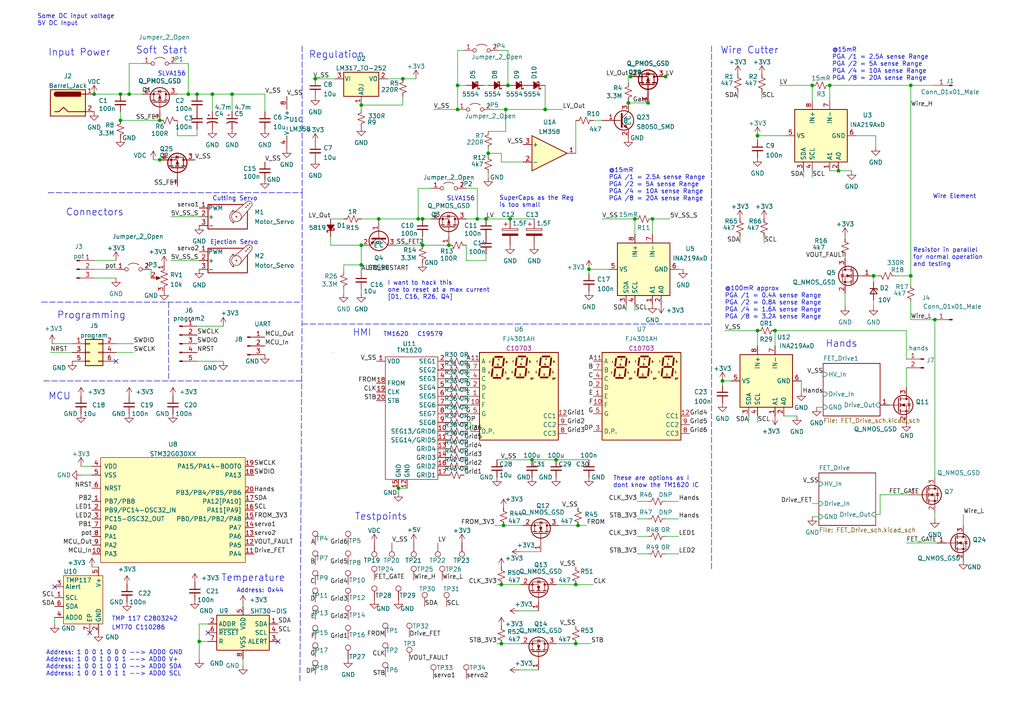
<source format=kicad_sch>
(kicad_sch (version 20211123) (generator eeschema)
  (paper "A4")
  (title_block (title "Ice_cutter") (date "2022-05-24") (rev "v0.0") (company "University of Cape Town") (comment 2 "Rig designed to provide some control in a heated wire cutter") (comment 3 "@Checked By:") (comment 4 "@Author: Justin Pead, Tristyn Ferreiro"))
  (junction (at 182.245 29.845))
  (junction (at 167.005 186.69))
  (junction (at 141.605 44.45))
  (junction (at 182.88 22.225))
  (junction (at 184.15 63.5))
  (junction (at 104.775 30.48))
  (junction (at 264.16 24.765))
  (junction (at 61.595 27.305))
  (junction (at 209.55 110.49))
  (junction (at 130.175 71.12))
  (junction (at 57.15 27.305))
  (junction (at 187.96 29.845))
  (junction (at 240.665 24.765))
  (junction (at 235.585 24.765))
  (junction (at 158.115 31.75))
  (junction (at 145.415 186.69))
  (junction (at 54.61 27.305))
  (junction (at 104.775 76.835))
  (junction (at 167.005 169.545))
  (junction (at 264.16 80.01))
  (junction (at 122.555 71.12))
  (junction (at 253.365 80.01))
  (junction (at 91.44 22.86))
  (junction (at 145.415 169.545))
  (junction (at 219.71 95.885))
  (junction (at 271.145 92.71))
  (junction (at 57.785 186.055))
  (junction (at 138.43 63.5))
  (junction (at 68.58 -6.35))
  (junction (at 116.84 22.86))
  (junction (at 167.64 152.4))
  (junction (at 34.925 27.305))
  (junction (at 147.32 24.765))
  (junction (at 154.305 133.35))
  (junction (at 122.555 63.5))
  (junction (at 146.05 152.4))
  (junction (at 27.305 27.305))
  (junction (at 146.685 31.75))
  (junction (at 170.815 78.105))
  (junction (at 67.31 27.305))
  (junction (at 132.715 31.75))
  (junction (at 37.465 27.305))
  (junction (at 140.97 63.5))
  (junction (at 132.715 24.765))
  (junction (at 34.925 34.925))
  (junction (at 115.57 141.605))
  (junction (at 46.355 34.925))
  (junction (at 243.205 49.53))
  (junction (at 189.23 63.5))
  (junction (at 121.285 63.5))
  (junction (at 161.29 133.35))
  (junction (at 219.71 39.37))
  (junction (at 104.775 71.12))
  (junction (at 46.355 46.355))
  (junction (at 224.79 95.885))
  (junction (at 193.04 22.225))
  (junction (at 109.855 63.5))
  (junction (at 147.955 63.5))
  (no_connect (at 60.325 183.515))
  (no_connect (at 33.655 104.775))
  (no_connect (at 26.035 183.515))
  (no_connect (at 15.875 170.18))
  (no_connect (at 80.645 186.055))
  (no_connect (at 83.82 -8.89))
  (wire (pts (xy 51.435 34.925) (xy 51.435 39.37)))
  (wire (pts (xy 235.585 149.86) (xy 237.49 149.86)))
  (wire (pts (xy 134.62 117.475) (xy 136.525 117.475)))
  (wire (pts (xy 144.145 186.69) (xy 145.415 186.69)))
  (wire (pts (xy 167.005 44.45) (xy 167.005 34.925)))
  (wire (pts (xy 27.305 78.105) (xy 33.655 78.105)))
  (wire (pts (xy 104.775 30.48) (xy 104.775 31.75)))
  (wire (pts (xy 109.855 63.5) (xy 121.285 63.5)))
  (wire (pts (xy 236.855 118.11) (xy 238.76 118.11)))
  (wire (pts (xy 184.785 150.495) (xy 187.96 150.495)))
  (wire (pts (xy 226.06 24.765) (xy 235.585 24.765)))
  (wire (pts (xy 104.775 30.48) (xy 116.84 30.48)))
  (wire (pts (xy 248.285 39.37) (xy 254 39.37)))
  (wire (pts (xy 219.71 95.885) (xy 219.71 100.33)))
  (wire (pts (xy 184.15 88.265) (xy 184.15 90.17)))
  (wire (pts (xy 33.655 102.235) (xy 38.735 102.235)))
  (wire (pts (xy 145.415 44.45) (xy 141.605 44.45)))
  (wire (pts (xy 70.485 191.135) (xy 70.485 193.04)))
  (wire (pts (xy 144.145 133.35) (xy 154.305 133.35)))
  (wire (pts (xy 141.605 24.765) (xy 140.335 24.765)))
  (wire (pts (xy 27.305 75.565) (xy 33.655 75.565)))
  (wire (pts (xy 95.885 63.5) (xy 99.695 63.5)))
  (wire (pts (xy 61.595 27.305) (xy 67.31 27.305)))
  (wire (pts (xy 255.27 149.225) (xy 255.27 143.51)))
  (wire (pts (xy 144.78 14.605) (xy 147.32 14.605)))
  (wire (pts (xy 151.13 160.02) (xy 156.845 160.02)))
  (wire (pts (xy 54.61 27.305) (xy 57.15 27.305)))
  (wire (pts (xy 135.255 71.12) (xy 135.255 75.565)))
  (wire (pts (xy 214.63 68.58) (xy 214.63 70.485)))
  (wire (pts (xy 132.715 14.605) (xy 134.62 14.605)))
  (wire (pts (xy 141.605 50.165) (xy 141.605 51.435)))
  (wire (pts (xy 245.11 85.09) (xy 245.11 88.9)))
  (wire (pts (xy 51.435 18.415) (xy 54.61 18.415)))
  (wire (pts (xy 210.185 95.885) (xy 219.71 95.885)))
  (wire (pts (xy 23.495 135.255) (xy 26.67 135.255)))
  (wire (pts (xy 158.115 24.765) (xy 158.115 31.75)))
  (wire (pts (xy 147.955 24.765) (xy 147.32 24.765)))
  (wire (pts (xy 254 149.225) (xy 255.27 149.225)))
  (wire (pts (xy 67.31 27.305) (xy 67.31 32.385)))
  (wire (pts (xy 57.15 104.775) (xy 64.77 104.775)))
  (wire (pts (xy 172.085 34.925) (xy 174.625 34.925)))
  (wire (pts (xy 279.4 149.225) (xy 279.4 152.4)))
  (wire (pts (xy 145.415 46.99) (xy 145.415 44.45)))
  (wire (pts (xy 189.23 63.5) (xy 189.23 67.945)))
  (wire (pts (xy 57.15 39.37) (xy 57.15 37.465)))
  (wire (pts (xy 135.255 54.61) (xy 138.43 54.61)))
  (polyline (pts (xy 206.375 55.88) (xy 206.375 165.1)))
  (wire (pts (xy 141.605 43.18) (xy 141.605 44.45)))
  (polyline (pts (xy 48.895 87.63) (xy 48.895 110.49)))
  (wire (pts (xy 161.925 152.4) (xy 167.64 152.4)))
  (wire (pts (xy 91.44 22.86) (xy 97.155 22.86)))
  (wire (pts (xy 57.785 186.055) (xy 57.785 191.135)))
  (wire (pts (xy 233.045 49.53) (xy 233.045 51.435)))
  (polyline (pts (xy 12.7 110.49) (xy 87.63 110.49)))
  (wire (pts (xy 66.675 -6.35) (xy 68.58 -6.35)))
  (wire (pts (xy 271.145 148.59) (xy 271.145 150.495)))
  (wire (pts (xy 37.465 27.305) (xy 41.275 27.305)))
  (wire (pts (xy 209.55 110.49) (xy 209.55 111.76)))
  (wire (pts (xy 125.73 31.75) (xy 132.715 31.75)))
  (wire (pts (xy 135.255 24.765) (xy 132.715 24.765)))
  (wire (pts (xy 147.955 63.5) (xy 154.94 63.5)))
  (wire (pts (xy 70.485 175.26) (xy 70.485 175.895)))
  (wire (pts (xy 68.58 -11.43) (xy 68.58 -6.35)))
  (wire (pts (xy 262.89 95.885) (xy 262.89 104.14)))
  (wire (pts (xy 38.735 99.695) (xy 33.655 99.695)))
  (wire (pts (xy 161.29 169.545) (xy 167.005 169.545)))
  (wire (pts (xy 122.555 63.5) (xy 125.095 63.5)))
  (polyline (pts (xy 12.065 87.63) (xy 87.63 87.63)))
  (wire (pts (xy 146.685 31.75) (xy 146.685 38.1)))
  (wire (pts (xy 240.665 49.53) (xy 243.205 49.53)))
  (wire (pts (xy 146.685 31.75) (xy 158.115 31.75)))
  (wire (pts (xy 95.885 68.58) (xy 95.885 71.12)))
  (wire (pts (xy 253.365 80.01) (xy 253.365 81.915)))
  (wire (pts (xy 104.775 78.74) (xy 104.775 76.835)))
  (wire (pts (xy 134.62 107.315) (xy 136.525 107.315)))
  (wire (pts (xy 121.285 63.5) (xy 122.555 63.5)))
  (wire (pts (xy 271.145 92.71) (xy 271.145 138.43)))
  (wire (pts (xy 125.095 54.61) (xy 121.285 54.61)))
  (wire (pts (xy 115.57 141.605) (xy 118.11 141.605)))
  (wire (pts (xy 253.365 80.01) (xy 254.635 80.01)))
  (wire (pts (xy 134.62 112.395) (xy 136.525 112.395)))
  (wire (pts (xy 147.32 24.765) (xy 146.685 24.765)))
  (wire (pts (xy 170.815 78.105) (xy 170.815 79.375)))
  (polyline (pts (xy 206.375 13.335) (xy 206.375 55.88)))
  (wire (pts (xy 57.15 27.305) (xy 61.595 27.305)))
  (wire (pts (xy 27.305 27.305) (xy 34.925 27.305)))
  (wire (pts (xy 26.67 164.465) (xy 28.575 164.465)))
  (wire (pts (xy 132.715 24.765) (xy 132.715 14.605)))
  (wire (pts (xy 219.71 39.37) (xy 219.71 40.64)))
  (wire (pts (xy 61.595 27.305) (xy 61.595 32.385)))
  (wire (pts (xy 235.585 49.53) (xy 235.585 51.435)))
  (wire (pts (xy 146.05 152.4) (xy 151.765 152.4)))
  (wire (pts (xy 193.04 155.575) (xy 196.85 155.575)))
  (wire (pts (xy 240.665 24.765) (xy 264.16 24.765)))
  (wire (pts (xy 182.245 29.845) (xy 187.96 29.845)))
  (wire (pts (xy 227.965 39.37) (xy 219.71 39.37)))
  (polyline (pts (xy 13.97 55.88) (xy 87.63 55.88)))
  (wire (pts (xy 44.45 46.355) (xy 46.355 46.355)))
  (wire (pts (xy 147.32 14.605) (xy 147.32 24.765)))
  (wire (pts (xy 121.285 54.61) (xy 121.285 63.5)))
  (wire (pts (xy 219.71 120.65) (xy 219.71 122.555)))
  (wire (pts (xy 189.23 63.5) (xy 194.31 63.5)))
  (wire (pts (xy 15.875 179.07) (xy 15.875 180.975)))
  (wire (pts (xy 193.04 150.495) (xy 196.85 150.495)))
  (wire (pts (xy 135.255 63.5) (xy 138.43 63.5)))
  (wire (pts (xy 116.84 30.48) (xy 116.84 27.94)))
  (wire (pts (xy 143.51 152.4) (xy 146.05 152.4)))
  (wire (pts (xy 134.62 120.015) (xy 136.525 120.015)))
  (wire (pts (xy 34.925 27.305) (xy 37.465 27.305)))
  (wire (pts (xy 99.695 76.835) (xy 104.775 76.835)))
  (wire (pts (xy 253.365 86.995) (xy 253.365 88.9)))
  (wire (pts (xy 134.62 104.775) (xy 136.525 104.775)))
  (polyline (pts (xy 86.995 197.485) (xy 87.63 87.63)))
  (wire (pts (xy 221.615 68.58) (xy 221.615 70.485)))
  (wire (pts (xy 20.955 99.695) (xy 15.113 99.695)))
  (wire (pts (xy 259.715 80.01) (xy 264.16 80.01)))
  (polyline (pts (xy 87.63 93.98) (xy 206.375 93.98)))
  (wire (pts (xy 161.29 186.69) (xy 167.005 186.69)))
  (wire (pts (xy 262.89 157.48) (xy 271.78 157.48)))
  (wire (pts (xy 150.495 177.165) (xy 156.21 177.165)))
  (wire (pts (xy 134.62 109.855) (xy 136.525 109.855)))
  (wire (pts (xy 167.005 169.545) (xy 172.085 169.545)))
  (wire (pts (xy 232.41 110.49) (xy 232.41 113.665)))
  (wire (pts (xy 146.685 38.1) (xy 141.605 38.1)))
  (wire (pts (xy 220.98 26.67) (xy 220.98 28.575)))
  (wire (pts (xy 264.16 87.63) (xy 264.16 92.71)))
  (wire (pts (xy 27.305 80.645) (xy 33.655 80.645)))
  (wire (pts (xy 14.605 102.235) (xy 20.955 102.235)))
  (wire (pts (xy 112.395 22.86) (xy 116.84 22.86)))
  (wire (pts (xy 134.62 114.935) (xy 136.525 114.935)))
  (wire (pts (xy 99.695 83.82) (xy 99.695 85.09)))
  (wire (pts (xy 224.79 95.885) (xy 224.79 100.33)))
  (wire (pts (xy 141.605 44.45) (xy 141.605 45.085)))
  (wire (pts (xy 193.04 145.415) (xy 196.85 145.415)))
  (wire (pts (xy 184.785 155.575) (xy 187.96 155.575)))
  (wire (pts (xy 262.89 106.68) (xy 262.89 112.395)))
  (wire (pts (xy 34.925 34.925) (xy 46.355 34.925)))
  (wire (pts (xy 109.855 63.5) (xy 104.775 63.5)))
  (wire (pts (xy 142.875 31.75) (xy 146.685 31.75)))
  (wire (pts (xy 138.43 54.61) (xy 138.43 63.5)))
  (polyline (pts (xy 87.63 55.88) (xy 87.63 87.63)))
  (wire (pts (xy 132.715 24.765) (xy 132.715 31.75)))
  (wire (pts (xy 243.205 49.53) (xy 247.015 49.53)))
  (wire (pts (xy 134.62 122.555) (xy 136.525 122.555)))
  (wire (pts (xy 34.925 32.385) (xy 34.925 34.925)))
  (wire (pts (xy 213.995 26.67) (xy 213.995 28.575)))
  (wire (pts (xy 235.585 146.05) (xy 237.49 146.05)))
  (wire (pts (xy 145.415 186.69) (xy 151.13 186.69)))
  (wire (pts (xy 138.43 63.5) (xy 140.97 63.5)))
  (wire (pts (xy 140.97 63.5) (xy 147.955 63.5)))
  (wire (pts (xy 217.17 120.65) (xy 217.17 122.555)))
  (wire (pts (xy 252.73 80.01) (xy 253.365 80.01)))
  (wire (pts (xy 60.325 180.975) (xy 57.785 180.975)))
  (wire (pts (xy 136.525 122.555) (xy 136.525 125.095)))
  (wire (pts (xy 167.005 186.69) (xy 171.45 186.69)))
  (wire (pts (xy 41.275 18.415) (xy 37.465 18.415)))
  (wire (pts (xy 184.785 160.655) (xy 187.96 160.655)))
  (wire (pts (xy 151.765 46.99) (xy 145.415 46.99)))
  (wire (pts (xy 122.555 68.58) (xy 122.555 71.12)))
  (wire (pts (xy 43.815 78.105) (xy 43.815 80.645)))
  (wire (pts (xy 227.33 120.65) (xy 231.14 120.65)))
  (wire (pts (xy 116.84 22.86) (xy 120.65 22.86)))
  (wire (pts (xy 184.15 63.5) (xy 184.15 67.945)))
  (wire (pts (xy 57.15 94.615) (xy 64.77 94.615)))
  (wire (pts (xy 115.57 141.605) (xy 115.57 142.875)))
  (wire (pts (xy 224.79 95.885) (xy 262.89 95.885)))
  (wire (pts (xy 174.625 63.5) (xy 184.15 63.5)))
  (wire (pts (xy 23.495 137.795) (xy 26.67 137.795)))
  (wire (pts (xy 182.245 29.21) (xy 182.245 29.845)))
  (wire (pts (xy 264.16 92.71) (xy 271.145 92.71)))
  (wire (pts (xy 184.785 145.415) (xy 187.96 145.415)))
  (wire (pts (xy 99.695 78.74) (xy 99.695 76.835)))
  (wire (pts (xy 130.175 71.12) (xy 122.555 71.12)))
  (wire (pts (xy 57.785 180.975) (xy 57.785 186.055)))
  (wire (pts (xy 193.04 160.655) (xy 196.85 160.655)))
  (wire (pts (xy 150.495 194.31) (xy 156.21 194.31)))
  (wire (pts (xy 196.85 78.105) (xy 198.12 78.105)))
  (wire (pts (xy 54.61 18.415) (xy 54.61 27.305)))
  (wire (pts (xy 161.29 133.35) (xy 170.815 133.35)))
  (wire (pts (xy 212.09 110.49) (xy 209.55 110.49)))
  (wire (pts (xy 144.145 169.545) (xy 145.415 169.545)))
  (wire (pts (xy 158.115 31.75) (xy 163.195 31.75)))
  (wire (pts (xy 140.97 75.565) (xy 140.97 73.66)))
  (wire (pts (xy 95.885 71.12) (xy 104.775 71.12)))
  (wire (pts (xy 51.435 27.305) (xy 54.61 27.305)))
  (wire (pts (xy 245.11 74.295) (xy 245.11 74.93)))
  (wire (pts (xy 240.665 24.765) (xy 240.665 29.21)))
  (wire (pts (xy 264.16 24.765) (xy 264.16 80.01)))
  (wire (pts (xy 76.835 27.305) (xy 76.835 32.385)))
  (wire (pts (xy 49.53 62.865) (xy 57.785 62.865)))
  (wire (pts (xy 235.585 24.765) (xy 235.585 29.21)))
  (wire (pts (xy 135.255 75.565) (xy 140.97 75.565)))
  (wire (pts (xy 182.245 22.225) (xy 182.245 24.13)))
  (wire (pts (xy 181.61 88.265) (xy 181.61 90.17)))
  (wire (pts (xy 264.16 80.01) (xy 264.16 82.55)))
  (wire (pts (xy 167.64 152.4) (xy 170.18 152.4)))
  (wire (pts (xy 254 39.37) (xy 254 42.545)))
  (polyline (pts (xy 87.63 13.335) (xy 87.63 55.88)))
  (wire (pts (xy 104.775 71.12) (xy 104.775 76.835)))
  (wire (pts (xy 67.31 27.305) (xy 76.835 27.305)))
  (wire (pts (xy 49.53 75.565) (xy 57.785 75.565)))
  (wire (pts (xy 90.805 22.86) (xy 91.44 22.86)))
  (wire (pts (xy 104.775 83.82) (xy 104.775 85.09)))
  (wire (pts (xy 57.785 186.055) (xy 60.325 186.055)))
  (wire (pts (xy 255.27 143.51) (xy 263.525 143.51)))
  (wire (pts (xy 182.245 22.225) (xy 182.88 22.225)))
  (wire (pts (xy 154.305 133.35) (xy 161.29 133.35)))
  (wire (pts (xy 37.465 18.415) (xy 37.465 27.305)))
  (wire (pts (xy 264.16 24.765) (xy 271.145 24.765)))
  (wire (pts (xy 145.415 169.545) (xy 151.13 169.545)))
  (wire (pts (xy 51.435 39.37) (xy 57.15 39.37)))
  (wire (pts (xy 114.935 71.12) (xy 122.555 71.12)))
  (wire (pts (xy 245.11 68.58) (xy 245.11 69.215)))
  (wire (pts (xy 170.815 78.105) (xy 176.53 78.105)))
  (text "ON/OFF" (at 133.35 -15.875 0) (effects (font (size 1.27 1.27)) (justify left bottom)))
  (text "Ejection Servo" (at 60.96 71.12 0) (effects (font (size 1.27 1.27)) (justify left bottom)))
  (text "Programming" (at 16.51 92.71 0) (effects (font (size 2 2)) (justify left bottom)))
  (text "Regulation" (at 89.535 17.145 0) (effects (font (size 2 2)) (justify left bottom)))
  (text "TM1620	C19579" (at 111.125 97.79 0) (effects (font (size 1.27 1.27)) (justify left bottom)))
  (text "SLVA156" (at 45.72 22.225 0) (effects (font (size 1.27 1.27)) (justify left bottom)))
  (text "Connectors" (at 19.05 62.865 0) (effects (font (size 2 2)) (justify left bottom)))
  (text "Resistor in parallel\nfor normal operation\nand testing" (at 264.795 77.47 0) (effects (font (size 1.27 1.27)) (justify left bottom)))
  (text "CUT" (at 146.685 -15.875 0) (effects (font (size 1.27 1.27)) (justify left bottom)))
  (text "SLVA156" (at 129.54 58.42 0) (effects (font (size 1.27 1.27)) (justify left bottom)))
  (text "Address: 0x44" (at 68.58 172.085 0) (effects (font (size 1.27 1.27)) (justify left bottom)))
  (text "LMT70 C110286" (at 32.385 182.88 0) (effects (font (size 1.27 1.27)) (justify left bottom)))
  (text "HMI" (at 102.235 97.79 0) (effects (font (size 2 2)) (justify left bottom)))
  (text "TMP 117 C2803242" (at 32.385 180.34 0) (effects (font (size 1.27 1.27)) (justify left bottom)))
  (text "Ready" (at 119.38 -15.875 0) (effects (font (size 1.27 1.27)) (justify left bottom)))
  (text "Some DC input voltage\n5V DC Input" (at 10.795 7.62 0) (effects (font (size 1.27 1.27)) (justify left bottom)))
  (text "These are options as I \ndont know the TM1620 IC" (at 177.8 141.605 0) (effects (font (size 1.27 1.27)) (justify left bottom)))
  (text "I want to hack this\none to reset at a max current\n[D1, C16, R26, Q4]" (at 112.395 86.995 0) (effects (font (size 1.27 1.27)) (justify left bottom)))
  (text "Hands" (at 239.395 100.965 0) (effects (font (size 2 2)) (justify left bottom)))
  (text "MCU" (at 13.97 116.205 0) (effects (font (size 2 2)) (justify left bottom)))
  (text "SuperCaps as the Reg\nis too small" (at 144.78 60.325 0) (effects (font (size 1.27 1.27)) (justify left bottom)))
  (text "@15mR\nPGA /1 = 2.5A sense Range\nPGA /2 = 5A sense Range\nPGA /4 = 10A sense Range\nPGA /8 = 20A sense Range" (at 241.3 23.495 0) (effects (font (size 1.27 1.27)) (justify left bottom)))
  (text "Input Power" (at 13.97 16.51 0) (effects (font (size 2 2)) (justify left bottom)))
  (text "Soft Start" (at 39.37 15.875 0) (effects (font (size 2.0066 2.0066)) (justify left bottom)))
  (text "HOT" (at 107.95 -15.875 0) (effects (font (size 1.27 1.27)) (justify left bottom)))
  (text "Cutting Servo" (at 61.595 58.42 0) (effects (font (size 1.27 1.27)) (justify left bottom)))
  (text "Temperature" (at 64.135 168.91 0) (effects (font (size 2 2)) (justify left bottom)))
  (text "Address: 1 0 0 1 0 0 0 --> ADD0 GND\nAddress: 1 0 0 1 0 0 1 --> ADD0 V+\nAddress: 1 0 0 1 0 1 0 --> ADD0 SDA\nAddress: 1 0 0 1 0 1 1 --> ADD0 SCL" (at 13.335 196.215 0) (effects (font (size 1.27 1.27)) (justify left bottom)))
  (text "Wire Element" (at 270.51 57.785 0) (effects (font (size 1.27 1.27)) (justify left bottom)))
  (text "Testpoints" (at 102.87 151.13 0) (effects (font (size 2 2)) (justify left bottom)))
  (text "@15mR\nPGA /1 = 2.5A sense Range\nPGA /2 = 5A sense Range\nPGA /4 = 10A sense Range\nPGA /8 = 20A sense Range" (at 176.53 58.42 0) (effects (font (size 1.27 1.27)) (justify left bottom)))
  (text "Wire Cutter" (at 208.915 15.875 0) (effects (font (size 2 2)) (justify left bottom)))
  (text "@100mR approx\nPGA /1 = 0.4A sense Range\nPGA /2 = 0.8A sense Range\nPGA /4 = 1.6A sense Range\nPGA /8 = 3.2A sense Range" (at 210.185 92.71 0) (effects (font (size 1.27 1.27)) (justify left bottom)))
  (label "F" (at 136.525 117.475 180))
  (label "FROM" (at 109.22 111.125 180))
  (label "SWCLK" (at 57.15 97.155 0))
  (label "SDA" (at 217.17 122.555 180))
  (label "Hands" (at 73.66 142.875 0))
  (label "LV" (at 127 157.48 0))
  (label "MCU_In" (at 26.67 160.655 180))
  (label "STB" (at 171.45 186.69 0))
  (label "Grid1" (at 134.62 137.795 0))
  (label "Grid6" (at 100.965 158.115 180))
  (label "SS_FET" (at 39.37 34.925 0))
  (label "FET_GATE" (at 262.89 157.48 0))
  (label "CLK" (at 172.085 169.545 0))
  (label "LV_Out" (at 182.245 22.225 180))
  (label "SDA" (at 80.645 180.975 0))
  (label "Grid2" (at 134.62 135.255 0))
  (label "V_SS" (at 151.765 41.91 180))
  (label "NRST" (at 14.605 102.235 0))
  (label "SCL" (at 184.15 90.17 0))
  (label "servo2" (at 135.255 196.85 0))
  (label "SWCLK" (at 73.66 135.255 0))
  (label "V_SS" (at 237.49 140.335 180))
  (label "V_SS" (at 90.805 22.86 0))
  (label "E" (at 136.525 114.935 180))
  (label "SCL" (at 235.585 51.435 0))
  (label "B" (at 172.085 107.315 180))
  (label "servo1" (at 73.66 153.035 0))
  (label "G" (at 136.525 120.015 180))
  (label "Gate" (at 187.96 29.845 180))
  (label "Drive_FET" (at 235.585 146.05 180))
  (label "SDA" (at 181.61 90.17 180))
  (label "V_SS" (at 76.835 27.305 0))
  (label "V_SS" (at 167.64 147.32 180))
  (label "A" (at 172.085 104.775 180))
  (label "NRST" (at 57.15 102.235 0))
  (label "servo2" (at 57.785 73.025 180))
  (label "SDA" (at 15.875 175.895 180))
  (label "MCU_Out" (at 26.67 158.115 180))
  (label "pot" (at 30.48 78.105 0))
  (label "Hands" (at 196.85 150.495 0))
  (label "Grid1" (at 100.965 185.42 180))
  (label "D" (at 91.44 174.625 180))
  (label "G" (at 91.44 190.5 180))
  (label "SWDIO" (at 57.15 99.695 0))
  (label "STB" (at 111.76 196.215 180))
  (label "Hands" (at 238.76 114.3 180))
  (label "LV" (at 193.04 22.225 0))
  (label "Drive_FET" (at 118.745 184.785 0))
  (label "SCL" (at 220.98 28.575 0))
  (label "Wire_L" (at 279.4 149.225 0))
  (label "Wire_H" (at 264.16 31.115 0))
  (label "SCL" (at 129.54 175.895 0))
  (label "FROM_3V3" (at 73.66 150.495 0))
  (label "CLK" (at 109.22 113.665 180))
  (label "LV_Out" (at 163.195 31.75 0))
  (label "LED2" (at 124.46 -13.97 180))
  (label "Grid2" (at 164.465 123.19 0))
  (label "G" (at 172.085 120.015 180))
  (label "V_SS" (at 167.005 164.465 180))
  (label "FROM" (at 170.18 152.4 0))
  (label "Grid4" (at 100.965 169.545 180))
  (label "Grid6" (at 134.62 125.095 0))
  (label "SCL" (at 80.645 183.515 0))
  (label "Grid1" (at 164.465 120.65 0))
  (label "D" (at 136.525 112.395 180))
  (label "LV" (at 226.06 24.765 0))
  (label "STB" (at 109.22 116.205 180))
  (label "MCU_Out" (at 76.835 97.79 0))
  (label "Grid3" (at 100.965 174.625 180))
  (label "DP" (at 172.085 125.095 180))
  (label "LV_Out" (at 95.885 63.5 180))
  (label "SDA" (at 214.63 70.485 180))
  (label "Hands" (at 196.85 145.415 0))
  (label "Wire_H" (at 120.015 168.275 0))
  (label "FROM" (at 111.76 184.785 180))
  (label "MCU_In" (at 76.835 100.33 0))
  (label "SWDIO" (at 73.66 137.795 0))
  (label "LED1" (at 112.395 -13.97 180))
  (label "B" (at 136.525 107.315 180))
  (label "NRST" (at 26.67 141.605 180))
  (label "FET_GATE" (at 108.585 168.275 0))
  (label "Wire_L" (at 264.16 92.71 0))
  (label "SWDIO" (at 38.735 99.695 0))
  (label "DP" (at 91.44 195.58 180))
  (label "SCL" (at 221.615 70.485 0))
  (label "LED1" (at 26.67 147.955 180))
  (label "Grid5" (at 100.965 163.83 180))
  (label "Grid4" (at 134.62 130.175 0))
  (label "5V_SS_S" (at 49.53 75.565 0))
  (label "LED2" (at 26.67 150.495 180))
  (label "V_SS" (at 113.665 157.48 0))
  (label "CLK_3V3" (at 184.785 145.415 180))
  (label "SWCLK" (at 38.735 102.235 0))
  (label "STB_3V3" (at 184.785 160.655 180))
  (label "V_SS" (at 167.005 181.61 180))
  (label "CLK" (at 111.76 190.5 180))
  (label "Grid3" (at 164.465 125.73 0))
  (label "SS_FET" (at 51.435 53.975 180))
  (label "PB1" (at 139.065 -13.97 180))
  (label "PB1" (at 26.67 153.035 180))
  (label "SS_FET2" (at 114.935 71.12 0))
  (label "V_SS" (at 149.86 133.35 180))
  (label "SDA" (at 123.19 175.895 0))
  (label "VOUT_FAULT" (at 73.66 158.115 0))
  (label "E" (at 172.085 114.935 180))
  (label "PB2" (at 26.67 145.415 180))
  (label "SDA" (at 73.66 145.415 0))
  (label "servo2" (at 73.66 155.575 0))
  (label "C" (at 91.44 169.545 180))
  (label "A" (at 136.525 104.775 180))
  (label "NRST" (at 159.385 -13.97 180))
  (label "STB_3V3" (at 184.785 150.495 180))
  (label "DP" (at 135.255 122.555 0))
  (label "servo1" (at 57.785 60.325 180))
  (label "STB_3V3" (at 144.145 186.69 180))
  (label "V_SS" (at 174.625 63.5 0))
  (label "Grid5" (at 134.62 127.635 0))
  (label "D" (at 172.085 112.395 180))
  (label "LED1" (at 196.85 155.575 0))
  (label "V_SS" (at 109.22 104.775 180))
  (label "PB2" (at 150.495 -13.97 180))
  (label "F" (at 91.44 185.42 180))
  (label "A" (at 91.44 158.115 180))
  (label "FROM_3V3" (at 143.51 152.4 180))
  (label "VOUT_FAULT" (at 118.745 191.77 0))
  (label "V_SS" (at 125.73 31.75 0))
  (label "E" (at 91.44 179.705 180))
  (label "V_SS" (at 56.515 46.355 0))
  (label "LV" (at 140.97 63.5 0))
  (label "LED2" (at 196.85 160.655 0))
  (label "pot" (at 26.67 155.575 180))
  (label "VOUT_FAULT" (at 245.11 74.93 180))
  (label "5V_SS_S" (at 49.53 62.865 0))
  (label "Grid4" (at 200.025 120.65 0))
  (label "5V_SS_S" (at 194.31 63.5 0))
  (label "Wire_L" (at 128.27 168.275 0))
  (label "SDA" (at 233.045 51.435 180))
  (label "SCL" (at 73.66 147.955 0))
  (label "B" (at 91.44 163.83 180))
  (label "C" (at 136.525 109.855 180))
  (label "servo1" (at 125.73 196.85 0))
  (label "Drive_FET" (at 73.66 160.655 0))
  (label "V_SS" (at 76.835 46.99 0))
  (label "C" (at 172.085 109.855 180))
  (label "Grid3" (at 134.62 132.715 0))
  (label "F" (at 172.085 117.475 180))
  (label "Grid2" (at 100.965 179.705 180))
  (label "CLK_3V3" (at 144.145 169.545 180))
  (label "V_SS" (at 238.76 108.585 180))
  (label "CLK_3V3" (at 184.785 155.575 180))
  (label "V_SS" (at 83.185 27.94 0))
  (label "V_SS" (at 210.185 95.885 0))
  (label "SDA" (at 213.995 28.575 180))
  (label "Grid5" (at 200.025 123.19 0))
  (label "AUTO_RESTART" (at 104.775 78.74 0))
  (label "SCL" (at 219.71 122.555 0))
  (label "SCL" (at 15.875 173.355 180))
  (label "FET_GATE" (at 257.81 143.51 0))
  (label "Grid6" (at 200.025 125.73 0))
  (symbol (lib_id "Motor:Motor_Servo") (at 65.405 75.565 0) (unit 1)
    (property "Reference" "M2" (at 73.7646 74.2231 0) (effects (justify left)))
    (property "Value" "Motor_Servo" (at 73.7646 76.9982 0) (effects (justify left)))
    (property "Footprint" "Connector_PinHeader_2.54mm:PinHeader_1x03_P2.54mm_Vertical" (effects hide))
    (property "Datasheet" "http://forums.parallax.com/uploads/attachments/46831/74481.png" (effects hide))
    (property "Populate" "No" (effects hide))
    (property "Extended" "0" (effects hide))
  )
  (symbol (lib_id "power:GND") (at 209.55 116.84 0) (unit 1)
    (property "Reference" "#PWR062" (effects hide))
    (property "Value" "GND" (at 209.55 121.4025 0))
  )
  (symbol (lib_id "Connector:TestPoint") (at 91.44 185.42 0) (unit 1)
    (property "Reference" "TP15" (at 95.25 183.515 0) (effects (justify right)))
    (property "Value" "TestPoint" (effects hide))
    (property "Footprint" "TestPoint:TestPoint_Pad_D2.0mm" (effects hide))
    (property "Populate" "No" (effects hide))
  )
  (symbol (lib_id "Device:C_Small") (at 140.97 66.04 0) (unit 1)
    (property "Reference" "C11" (at 134.62 65.405 0) (effects (justify left)))
    (property "Value" "100n" (at 134.62 67.7164 0) (effects (justify left)))
    (property "Footprint" "Capacitor_SMD:C_0402_1005Metric" (effects hide))
    (property "LCSC" "C307331" (effects hide))
    (property "Price" "0.006" (effects hide))
    (property "Populate" "Yes" (effects hide))
    (property "Extended" "0" (effects hide))
  )
  (symbol (lib_id "power:GND") (at 100.965 191.135 0) (unit 1)
    (property "Reference" "#PWR093" (effects hide))
    (property "Value" "GND" (at 100.965 195.6975 0))
  )
  (symbol (lib_id "power:GND") (at 262.89 122.555 0) (unit 1)
    (property "Reference" "#PWR076" (effects hide))
    (property "Value" "GND" (at 260.985 126.365 0) (effects (justify left)))
  )
  (symbol (lib_id "Jumper:Jumper_2_Open") (at 46.355 18.415 0) (unit 1)
    (property "Reference" "JP1" (at 51.435 17.145 0))
    (property "Value" "Jumper_2_Open" (at 47.625 10.795 0))
    (property "Footprint" "Jumper:SolderJumper-2_P1.3mm_Open_RoundedPad1.0x1.5mm" (effects hide))
    (property "Populate" "No" (effects hide))
    (property "Extended" "0" (effects hide))
  )
  (symbol (lib_id "power:+3V3") (at 37.465 114.935 0) (unit 1)
    (property "Reference" "#PWR049" (effects hide))
    (property "Value" "+3V3" (at 41.91 113.665 0))
  )
  (symbol (lib_id "power:GND") (at 66.675 -6.35 0) (unit 1)
    (property "Reference" "#PWR023" (effects hide))
    (property "Value" "GND" (at 66.675 -1.7875 0))
  )
  (symbol (lib_id "Connector:Conn_01x01_Male") (at 276.225 92.71 0) (mirror y) (unit 1)
    (property "Reference" "J4" (at 268.605 86.36 0))
    (property "Value" "Conn_01x01_Male" (at 276.225 88.9 0))
    (property "Footprint" "MyLibs:SMD_Pad_15x10" (effects hide))
    (property "Populate" "No" (effects hide))
    (property "Extended" "0" (effects hide))
  )
  (symbol (lib_id "Device:Q_PMOS_GSD") (at 187.96 24.765 270) (mirror x) (unit 1)
    (property "Reference" "Q19" (at 184.15 20.955 90))
    (property "Value" "Q_PMOS_GSD" (at 187.96 18.415 90))
    (property "Footprint" "Package_TO_SOT_SMD:SOT-23" (effects hide))
    (property "LCSC" "C15127" (effects hide))
    (property "Price" "0.17" (effects hide))
    (property "Populate" "Yes" (effects hide))
    (property "Extended" "0" (effects hide))
  )
  (symbol (lib_id "Device:Q_PMOS_GSD") (at 130.175 66.04 270) (mirror x) (unit 1)
    (property "Reference" "Q3" (at 126.365 62.23 90))
    (property "Value" "Q_PMOS_GSD" (at 130.175 59.69 90))
    (property "Footprint" "Package_TO_SOT_SMD:SOT-23" (effects hide))
    (property "LCSC" "C15127" (effects hide))
    (property "Price" "0.17" (effects hide))
    (property "Populate" "Yes" (effects hide))
    (property "Extended" "0" (effects hide))
  )
  (symbol (lib_id "Device:C_Small") (at 76.835 49.53 0) (unit 1)
    (property "Reference" "C15" (at 70.485 48.895 0) (effects (justify left)))
    (property "Value" "100n" (at 70.485 51.2064 0) (effects (justify left)))
    (property "Footprint" "Capacitor_SMD:C_0402_1005Metric" (effects hide))
    (property "LCSC" "C307331" (effects hide))
    (property "Price" "0.006" (effects hide))
    (property "Populate" "Yes" (effects hide))
    (property "Extended" "0" (effects hide))
  )
  (symbol (lib_id "Device:Q_NMOS_GSD") (at 156.845 154.94 270) (mirror x) (unit 1)
    (property "Reference" "Q12" (at 157.48 146.685 90))
    (property "Value" "Q_NMOS_GSD" (at 157.48 148.59 90))
    (property "Footprint" "Package_TO_SOT_SMD:SOT-23" (effects hide))
    (property "LCSC" "C20917" (effects hide))
    (property "Populate" "Yes" (effects hide))
    (property "Price" "0.23" (effects hide))
    (property "Extended" "0" (effects hide))
  )
  (symbol (lib_id "Device:R_Small_US") (at 238.125 24.765 90) (unit 1)
    (property "Reference" "R3" (at 238.125 27.305 90))
    (property "Value" "15mR" (at 238.125 22.6846 90))
    (property "Footprint" "Resistor_SMD:R_2512_6332Metric" (effects hide))
    (property "Extended" "1" (effects hide))
    (property "LCSC" "C105381" (effects hide))
    (property "Populate" "Yes" (effects hide))
    (property "Price" "0.087" (effects hide))
  )
  (symbol (lib_id "power:+3V3") (at 145.415 181.61 0) (unit 1)
    (property "Reference" "#PWR086" (effects hide))
    (property "Value" "+3V3" (at 151.765 180.975 0) (effects (justify right)))
  )
  (symbol (lib_id "Device:R_Small_US") (at 116.84 25.4 0) (mirror x) (unit 1)
    (property "Reference" "R5" (at 113.03 24.13 0) (effects (justify left)))
    (property "Value" "220R" (at 110.49 26.035 0) (effects (justify left)))
    (property "Footprint" "Resistor_SMD:R_0402_1005Metric" (effects hide))
    (property "LCSC" "C25091" (effects hide))
    (property "Price" "0.0007" (effects hide))
    (property "Populate" "Yes" (effects hide))
    (property "Extended" "0" (effects hide))
  )
  (symbol (lib_id "Device:Q_NMOS_GSD") (at 276.86 157.48 0) (unit 1)
    (property "Reference" "Q24" (at 282.067 156.5715 0) (effects (justify left)))
    (property "Value" "Q_NMOS_GSD" (at 266.065 161.925 0) (effects (justify left)))
    (property "Footprint" "Package_TO_SOT_SMD:TO-252-2" (effects hide))
    (property "LCSC" "C709962" (effects hide))
    (property "Extended" "1" (effects hide))
    (property "Price" "0.2" (effects hide))
    (property "Populate" "Yes" (effects hide))
  )
  (symbol (lib_id "Device:C_Polarized_Small_US") (at 67.31 34.925 0) (unit 1)
    (property "Reference" "C5" (at 67.945 33.02 0) (effects (justify left)))
    (property "Value" "4.7m" (at 67.945 31.115 0) (effects (justify left)))
    (property "Footprint" "Capacitor_THT:CP_Radial_D14.0mm_P5.00mm" (effects hide))
    (property "Populate" "No" (effects hide))
    (property "Extended" "1" (effects hide))
  )
  (symbol (lib_id "Device:R_Small_US") (at 190.5 145.415 90) (unit 1)
    (property "Reference" "R46" (at 187.325 143.51 90))
    (property "Value" "DNP" (at 193.04 143.51 90))
    (property "Footprint" "Resistor_SMD:R_0402_1005Metric" (effects hide))
    (property "Populate" "Yes" (effects hide))
    (property "LCSC" "C17168" (effects hide))
    (property "Extended" "0" (effects hide))
    (property "Price" "0.0008" (effects hide))
  )
  (symbol (lib_id "Device:R_Small_US") (at 132.08 109.855 90) (unit 1)
    (property "Reference" "R32" (at 130.81 107.95 90))
    (property "Value" "0R" (at 134.62 107.95 90))
    (property "Footprint" "Resistor_SMD:R_0402_1005Metric" (effects hide))
    (property "Populate" "Yes" (effects hide))
    (property "LCSC" "C17168" (effects hide))
    (property "Extended" "0" (effects hide))
    (property "Price" "0.0008" (effects hide))
  )
  (symbol (lib_id "UCT:FJ4301AH") (at 178.435 110.49 0) (unit 1)
    (property "Reference" "U7" (at 186.055 95.4933 0))
    (property "Value" "FJ4301AH" (at 186.055 98.2684 0))
    (property "Footprint" "UCT:7_Seg_x3" (effects hide))
    (property "LCSC" "C10703" (at 186.055 101.0435 0))
    (property "Populate" "Yes" (effects hide))
    (property "Extended" "1" (effects hide))
  )
  (symbol (lib_id "LED_drive_control:TM1620") (at 119.38 121.285 0) (unit 1)
    (property "Reference" "U11" (at 118.745 99.695 0))
    (property "Value" "TM1620" (at 118.745 101.6 0))
    (property "Footprint" "Package_SO:SOP-20_7.5x12.8mm_P1.27mm" (effects hide))
    (property "Populate" "Yes" (effects hide))
    (property "LCSC" "C19579" (effects hide))
    (property "Price" "0" (effects hide))
    (property "Extended" "1" (effects hide))
  )
  (symbol (lib_id "Device:Q_NMOS_GSD") (at 247.65 80.01 0) (mirror y) (unit 1)
    (property "Reference" "Q5" (at 242.4431 79.1015 0) (effects (justify left)))
    (property "Value" "Q_NMOS_GSD" (at 242.4431 81.8766 0) (effects (justify left)))
    (property "Footprint" "Package_TO_SOT_SMD:SOT-23" (effects hide))
    (property "Populate" "Yes" (effects hide))
    (property "Extended" "0" (effects hide))
    (property "LCSC" "C20917" (effects hide))
    (property "Price" "0.23" (effects hide))
  )
  (symbol (lib_id "power:+3V3") (at 23.495 114.935 0) (unit 1)
    (property "Reference" "#PWR048" (effects hide))
    (property "Value" "+3V3" (at 27.94 113.665 0))
  )
  (symbol (lib_id "Device:C_Polarized") (at 154.94 67.31 0) (unit 1)
    (property "Reference" "C13" (at 152.4 62.23 0) (effects (justify left)))
    (property "Value" "1.5F" (at 155.575 64.77 0) (effects (justify left)))
    (property "Footprint" "MyLibs:SP-5R5-Z155VY" (effects hide))
    (property "LCSC" "C128277" (effects hide))
    (property "Populate" "Yes" (effects hide))
    (property "Price" "1.35" (effects hide))
    (property "Extended" "1" (effects hide))
  )
  (symbol (lib_id "Device:R_Small_US") (at 132.08 132.715 90) (unit 1)
    (property "Reference" "R41" (at 130.81 130.81 90))
    (property "Value" "0R" (at 134.62 130.81 90))
    (property "Footprint" "Resistor_SMD:R_0402_1005Metric" (effects hide))
    (property "Populate" "Yes" (effects hide))
    (property "LCSC" "C17168" (effects hide))
    (property "Extended" "0" (effects hide))
    (property "Price" "0.0008" (effects hide))
  )
  (symbol (lib_id "Device:C_Small") (at 219.71 43.18 0) (unit 1)
    (property "Reference" "C9" (at 222.0341 42.2778 0) (effects (justify left)))
    (property "Value" "100n" (at 222.0341 45.0529 0) (effects (justify left)))
    (property "Footprint" "Capacitor_SMD:C_0402_1005Metric" (effects hide))
    (property "Populate" "Yes" (effects hide))
    (property "Extended" "0" (effects hide))
    (property "LCSC" "C307331" (effects hide))
    (property "Price" "0.006" (effects hide))
  )
  (symbol (lib_id "Device:C_Small") (at 57.15 29.845 0) (unit 1)
    (property "Reference" "C2" (at 50.8 29.21 0) (effects (justify left)))
    (property "Value" "100n" (at 50.8 31.5214 0) (effects (justify left)))
    (property "Footprint" "Capacitor_SMD:C_0402_1005Metric" (effects hide))
    (property "LCSC" "C307331" (effects hide))
    (property "Price" "0.006" (effects hide))
    (property "Populate" "Yes" (effects hide))
    (property "Extended" "0" (effects hide))
  )
  (symbol (lib_id "Analog_ADC:INA219AxD") (at 186.69 78.105 90) (mirror x) (unit 1)
    (property "Reference" "U5" (at 200.1709 72.1317 90))
    (property "Value" "INA219AxD" (at 200.1709 74.9068 90))
    (property "Footprint" "Package_SO:SOIC-8_3.9x4.9mm_P1.27mm" (effects hide))
    (property "Datasheet" "http://www.ti.com/lit/ds/symlink/ina219.pdf" (effects hide))
    (property "Populate" "Yes" (effects hide))
    (property "Extended" "1" (effects hide))
    (property "LCSC" "C138706" (effects hide))
    (property "Price" "1.62" (effects hide))
  )
  (symbol (lib_id "Connector:TestPoint") (at 108.585 168.275 0) (unit 1)
    (property "Reference" "TP24" (at 114.3 165.1 0) (effects (justify right)))
    (property "Value" "TestPoint" (effects hide))
    (property "Footprint" "TestPoint:TestPoint_Pad_D2.0mm" (effects hide))
    (property "Populate" "No" (effects hide))
  )
  (symbol (lib_id "Connector:TestPoint") (at 111.76 184.785 0) (unit 1)
    (property "Reference" "TP1" (at 115.57 182.88 0) (effects (justify right)))
    (property "Value" "TestPoint" (effects hide))
    (property "Footprint" "TestPoint:TestPoint_Pad_D2.0mm" (effects hide))
    (property "Populate" "No" (effects hide))
  )
  (symbol (lib_id "Sensor_Humidity:SHT30-DIS") (at 70.485 183.515 0) (unit 1)
    (property "Reference" "U9" (at 63.5 177.165 0) (effects (justify left)))
    (property "Value" "SHT30-DIS" (at 72.5044 177.2436 0) (effects (justify left)))
    (property "Footprint" "Sensor_Humidity:Sensirion_DFN-8-1EP_2.5x2.5mm_P0.5mm_EP1.1x1.7mm" (effects hide))
    (property "Datasheet" "https://www.sensirion.com/fileadmin/user_upload/customers/sensirion/Dokumente/2_Humidity_Sensors/Datasheets/Sensirion_Humidity_Sensors_SHT3x_Datasheet_digital.pdf" (effects hide))
    (property "LCSC" "C77361" (effects hide))
    (property "Populate" "Yes" (effects hide))
    (property "Extended" "1" (effects hide))
  )
  (symbol (lib_id "Device:R_Small_US") (at 221.615 66.04 180) (unit 1)
    (property "Reference" "R66" (at 219.075 64.135 0))
    (property "Value" "4k7" (at 218.44 66.04 0))
    (property "Footprint" "Resistor_SMD:R_0402_1005Metric" (effects hide))
    (property "Populate" "Yes" (effects hide))
    (property "Extended" "0" (effects hide))
    (property "LCSC" "C25900" (effects hide))
    (property "Price" "0.0007" (effects hide))
  )
  (symbol (lib_id "power:+3V3") (at 213.995 21.59 0) (unit 1)
    (property "Reference" "#PWR01" (effects hide))
    (property "Value" "+3V3" (at 213.995 17.9855 0))
  )
  (symbol (lib_id "power:+3V3") (at 70.485 175.26 0) (unit 1)
    (property "Reference" "#PWR071" (effects hide))
    (property "Value" "+3V3" (at 74.93 173.99 0))
  )
  (symbol (lib_id "power:+3V3") (at 150.495 194.31 90) (unit 1)
    (property "Reference" "#PWR089" (effects hide))
    (property "Value" "+3V3" (at 149.225 192.405 90) (effects (justify right)))
  )
  (symbol (lib_id "power:GND") (at 108.585 173.99 0) (unit 1)
    (property "Reference" "#PWR094" (effects hide))
    (property "Value" "GND" (at 111.125 176.53 0))
  )
  (symbol (lib_id "UCT:TMP117") (at 24.13 172.72 0) (unit 1)
    (property "Reference" "U10" (at 18.415 165.735 0) (effects (justify left)))
    (property "Value" "TMP117" (at 19.05 168.275 0) (effects (justify left)))
    (property "Footprint" "Package_SON:WSON-6-1EP_2x2mm_P0.65mm_EP1x1.6mm" (effects hide))
    (property "Populate" "Yes" (effects hide))
    (property "Extended" "1" (effects hide))
    (property "LCSC" "C2803242" (effects hide))
    (property "Price" "3.25" (effects hide))
  )
  (symbol (lib_id "Connector:Conn_01x02_Male") (at 267.97 104.14 0) (mirror y) (unit 1)
    (property "Reference" "J7" (at 268.6812 104.5015 0) (effects (justify right)))
    (property "Value" "hands" (at 263.525 100.965 0) (effects (justify right)))
    (property "Footprint" "Connector_PinHeader_2.54mm:PinHeader_1x02_P2.54mm_Vertical" (effects hide))
    (property "Extended" "0" (effects hide))
    (property "Populate" "No" (effects hide))
  )
  (symbol (lib_id "Device:C_Small") (at 34.925 29.845 0) (unit 1)
    (property "Reference" "C1" (at 28.575 29.21 0) (effects (justify left)))
    (property "Value" "100n" (at 28.575 31.5214 0) (effects (justify left)))
    (property "Footprint" "Capacitor_SMD:C_0402_1005Metric" (effects hide))
    (property "LCSC" "C307331" (effects hide))
    (property "Price" "0.006" (effects hide))
    (property "Populate" "Yes" (effects hide))
    (property "Extended" "0" (effects hide))
  )
  (symbol (lib_id "Device:R_Small_US") (at 112.395 -11.43 0) (unit 1)
    (property "Reference" "R20" (at 114.046 -12.3385 0) (effects (justify left)))
    (property "Value" "1k5" (at 114.046 -9.5634 0) (effects (justify left)))
    (property "Footprint" "Resistor_SMD:R_0402_1005Metric" (effects hide))
    (property "Populate" "Yes" (effects hide))
    (property "Extended" "0" (effects hide))
    (property "LCSC" "C25867" (effects hide))
    (property "Price" "0.0007" (effects hide))
  )
  (symbol (lib_id "power:GND") (at 20.955 104.775 0) (unit 1)
    (property "Reference" "#PWR047" (effects hide))
    (property "Value" "GND" (at 17.145 106.68 0))
  )
  (symbol (lib_id "power:GND") (at 64.77 104.775 0) (unit 1)
    (property "Reference" "#PWR059" (effects hide))
    (property "Value" "GND" (at 60.96 106.68 0))
  )
  (symbol (lib_id "power:+3V3") (at 26.67 164.465 0) (unit 1)
    (property "Reference" "#PWR069" (effects hide))
    (property "Value" "+3V3" (at 22.225 163.195 0))
  )
  (symbol (lib_id "Jumper:Jumper_2_Open") (at 38.735 78.105 0) (unit 1)
    (property "Reference" "JP3" (at 43.815 76.835 0))
    (property "Value" "Jumper_2_Open" (at 40.005 68.58 0))
    (property "Footprint" "Jumper:SolderJumper-2_P1.3mm_Open_RoundedPad1.0x1.5mm" (effects hide))
    (property "Populate" "No" (effects hide))
    (property "Extended" "0" (effects hide))
  )
  (symbol (lib_id "Device:Q_PMOS_GSD") (at 51.435 48.895 270) (mirror x) (unit 1)
    (property "Reference" "Q2" (at 47.625 45.085 90))
    (property "Value" "Q_PMOS_GSD" (at 46.355 23.495 90))
    (property "Footprint" "Package_TO_SOT_SMD:SOT-23" (effects hide))
    (property "LCSC" "C15127" (effects hide))
    (property "Price" "0.17" (effects hide))
    (property "Populate" "Yes" (effects hide))
    (property "Extended" "0" (effects hide))
  )
  (symbol (lib_id "Jumper:Jumper_2_Open") (at 137.795 31.75 0) (unit 1)
    (property "Reference" "JP5" (at 142.875 30.48 0))
    (property "Value" "Jumper_2_Open" (at 142.24 33.655 0))
    (property "Footprint" "Jumper:SolderJumper-2_P1.3mm_Open_RoundedPad1.0x1.5mm" (effects hide))
    (property "Populate" "No" (effects hide))
    (property "Extended" "0" (effects hide))
  )
  (symbol (lib_id "Device:R_Small_US") (at 213.995 24.13 180) (unit 1)
    (property "Reference" "R1" (at 211.455 22.225 0))
    (property "Value" "4k7" (at 210.82 24.13 0))
    (property "Footprint" "Resistor_SMD:R_0402_1005Metric" (effects hide))
    (property "Populate" "Yes" (effects hide))
    (property "Extended" "0" (effects hide))
    (property "LCSC" "C25900" (effects hide))
    (property "Price" "0.0007" (effects hide))
  )
  (symbol (lib_id "power:+3V3") (at 23.495 135.255 0) (unit 1)
    (property "Reference" "#PWR055" (effects hide))
    (property "Value" "+3V3" (at 23.495 131.6505 0))
  )
  (symbol (lib_id "Device:LED_Small") (at 112.395 -6.35 90) (unit 1)
    (property "Reference" "D3" (at 114.173 -7.322 90) (effects (justify right)))
    (property "Value" "Red" (at 114.173 -4.5469 90) (effects (justify right)))
    (property "Footprint" "Diode_SMD:D_0603_1608Metric" (effects hide))
    (property "LCSC" "C2286" (effects hide))
    (property "Populate" "Yes" (effects hide))
    (property "Extended" "0" (effects hide))
  )
  (symbol (lib_id "power:GND") (at 104.775 36.83 0) (unit 1)
    (property "Reference" "#PWR018" (effects hide))
    (property "Value" "GND" (at 104.775 41.3925 0))
  )
  (symbol (lib_id "power:GND") (at 23.495 120.015 0) (unit 1)
    (property "Reference" "#PWR051" (effects hide))
    (property "Value" "GND" (at 18.415 120.015 0) (effects (justify left)))
  )
  (symbol (lib_id "Device:R_Small_US") (at 141.605 47.625 180) (unit 1)
    (property "Reference" "R12" (at 139.065 45.72 0))
    (property "Value" "4k7" (at 138.43 47.625 0))
    (property "Footprint" "Resistor_SMD:R_0402_1005Metric" (effects hide))
    (property "Populate" "Yes" (effects hide))
    (property "Extended" "0" (effects hide))
    (property "LCSC" "C25900" (effects hide))
    (property "Price" "0.0007" (effects hide))
  )
  (symbol (lib_id "Device:R_Small_US") (at 190.5 150.495 90) (unit 1)
    (property "Reference" "R47" (at 187.325 148.59 90))
    (property "Value" "DNP" (at 193.04 148.59 90))
    (property "Footprint" "Resistor_SMD:R_0402_1005Metric" (effects hide))
    (property "Populate" "Yes" (effects hide))
    (property "LCSC" "C17168" (effects hide))
    (property "Extended" "0" (effects hide))
    (property "Price" "0.0008" (effects hide))
  )
  (symbol (lib_id "power:GND") (at 91.44 46.355 0) (unit 1)
    (property "Reference" "#PWR013" (effects hide))
    (property "Value" "GND" (at 91.44 50.9175 0))
  )
  (symbol (lib_id "power:GND") (at 254 42.545 0) (unit 1)
    (property "Reference" "#PWR017" (effects hide))
    (property "Value" "GND" (at 254 47.1075 0))
  )
  (symbol (lib_id "Connector:TestPoint") (at 115.57 173.99 0) (unit 1)
    (property "Reference" "TP29" (at 120.65 172.72 0) (effects (justify right)))
    (property "Value" "TestPoint" (effects hide))
    (property "Footprint" "TestPoint:TestPoint_Pad_D2.0mm" (effects hide))
    (property "Populate" "No" (effects hide))
  )
  (symbol (lib_id "Device:R_Small_US") (at 132.08 137.795 90) (unit 1)
    (property "Reference" "R43" (at 130.81 135.89 90))
    (property "Value" "0R" (at 134.62 135.89 90))
    (property "Footprint" "Resistor_SMD:R_0402_1005Metric" (effects hide))
    (property "Populate" "Yes" (effects hide))
    (property "LCSC" "C17168" (effects hide))
    (property "Extended" "0" (effects hide))
    (property "Price" "0.0008" (effects hide))
  )
  (symbol (lib_id "Device:C_Small") (at 122.555 66.04 0) (unit 1)
    (property "Reference" "C10" (at 116.205 65.405 0) (effects (justify left)))
    (property "Value" "100n" (at 116.205 67.7164 0) (effects (justify left)))
    (property "Footprint" "Capacitor_SMD:C_0402_1005Metric" (effects hide))
    (property "LCSC" "C307331" (effects hide))
    (property "Price" "0.006" (effects hide))
    (property "Populate" "Yes" (effects hide))
    (property "Extended" "0" (effects hide))
  )
  (symbol (lib_id "Device:R_Small_US") (at 124.46 -11.43 0) (unit 1)
    (property "Reference" "R21" (at 126.111 -12.3385 0) (effects (justify left)))
    (property "Value" "1k5" (at 126.111 -9.5634 0) (effects (justify left)))
    (property "Footprint" "Resistor_SMD:R_0402_1005Metric" (effects hide))
    (property "Populate" "Yes" (effects hide))
    (property "Extended" "0" (effects hide))
    (property "LCSC" "C25867" (effects hide))
    (property "Price" "0.0007" (effects hide))
  )
  (symbol (lib_id "power:GND") (at 104.775 85.09 0) (unit 1)
    (property "Reference" "#PWR041" (effects hide))
    (property "Value" "GND" (at 104.775 89.6525 0))
  )
  (symbol (lib_id "power:GND") (at 115.57 173.99 0) (unit 1)
    (property "Reference" "#PWR095" (effects hide))
    (property "Value" "GND" (at 118.11 176.53 0))
  )
  (symbol (lib_id "Device:C_Small") (at 56.515 171.45 0) (unit 1)
    (property "Reference" "C21" (at 59.69 171.45 0) (effects (justify left)))
    (property "Value" "100n" (at 57.15 173.99 0) (effects (justify left)))
    (property "Footprint" "Capacitor_SMD:C_0402_1005Metric" (effects hide))
    (property "Populate" "Yes" (effects hide))
    (property "LCSC" "C307331" (effects hide))
    (property "Price" "0.006" (effects hide))
    (property "Extended" "0" (effects hide))
  )
  (symbol (lib_id "Device:R_Small_US") (at 132.08 127.635 90) (unit 1)
    (property "Reference" "R39" (at 130.81 125.73 90))
    (property "Value" "0R" (at 134.62 125.73 90))
    (property "Footprint" "Resistor_SMD:R_0402_1005Metric" (effects hide))
    (property "Populate" "Yes" (effects hide))
    (property "LCSC" "C17168" (effects hide))
    (property "Extended" "0" (effects hide))
    (property "Price" "0.0008" (effects hide))
  )
  (symbol (lib_id "Connector:TestPoint") (at 91.44 179.705 0) (unit 1)
    (property "Reference" "TP13" (at 95.25 177.8 0) (effects (justify right)))
    (property "Value" "TestPoint" (effects hide))
    (property "Footprint" "TestPoint:TestPoint_Pad_D2.0mm" (effects hide))
    (property "Populate" "No" (effects hide))
  )
  (symbol (lib_id "power:+3V3") (at 133.985 157.48 0) (unit 1)
    (property "Reference" "#PWR092" (effects hide))
    (property "Value" "+3V3" (at 133.985 153.8755 0))
  )
  (symbol (lib_id "power:VDC") (at 108.585 157.48 0) (unit 1)
    (property "Reference" "#PWR090" (effects hide))
    (property "Value" "VDC" (at 108.585 153.8755 0))
  )
  (symbol (lib_id "Connector:Conn_01x05_Male") (at 52.07 99.695 0) (unit 1)
    (property "Reference" "J6" (at 54.8132 90.0176 0))
    (property "Value" "program2" (at 54.8132 92.329 0))
    (property "Footprint" "Connector_PinHeader_2.54mm:PinHeader_1x05_P2.54mm_Vertical" (effects hide))
    (property "Extended" "0" (effects hide))
    (property "Populate" "No" (effects hide))
  )
  (symbol (lib_id "Connector:TestPoint") (at 91.44 195.58 0) (unit 1)
    (property "Reference" "TP18" (at 95.25 193.675 0) (effects (justify right)))
    (property "Value" "TestPoint" (effects hide))
    (property "Footprint" "TestPoint:TestPoint_Pad_D2.0mm" (effects hide))
    (property "Populate" "No" (effects hide))
  )
  (symbol (lib_id "Device:R_Small_US") (at 145.415 184.15 0) (unit 1)
    (property "Reference" "R52" (at 147.066 183.2415 0) (effects (justify left)))
    (property "Value" "4k7" (at 147.32 185.42 0) (effects (justify left)))
    (property "Footprint" "Resistor_SMD:R_0402_1005Metric" (effects hide))
    (property "LCSC" "C25900" (effects hide))
    (property "Populate" "Yes" (effects hide))
    (property "Price" "0.0007" (effects hide))
    (property "Extended" "0" (effects hide))
  )
  (symbol (lib_id "Jumper:Jumper_2_Open") (at 130.175 54.61 0) (unit 1)
    (property "Reference" "JP2" (at 135.255 53.34 0))
    (property "Value" "Jumper_2_Open" (at 130.175 51.435 0))
    (property "Footprint" "Jumper:SolderJumper-2_P1.3mm_Open_RoundedPad1.0x1.5mm" (effects hide))
    (property "Populate" "No" (effects hide))
    (property "Extended" "0" (effects hide))
  )
  (symbol (lib_id "Device:C_Polarized") (at 147.955 67.31 0) (unit 1)
    (property "Reference" "C12" (at 145.415 62.23 0) (effects (justify left)))
    (property "Value" "1.5F" (at 148.59 64.77 0) (effects (justify left)))
    (property "Footprint" "MyLibs:SP-5R5-Z155VY" (effects hide))
    (property "LCSC" "C128277" (effects hide))
    (property "Populate" "Yes" (effects hide))
    (property "Price" "1.35" (effects hide))
    (property "Extended" "1" (effects hide))
  )
  (symbol (lib_id "Device:C_Small") (at 57.15 34.925 0) (unit 1)
    (property "Reference" "C3" (at 53.34 34.29 0) (effects (justify left)))
    (property "Value" "100n" (at 50.8 36.83 0) (effects (justify left)))
    (property "Footprint" "Capacitor_SMD:C_0402_1005Metric" (effects hide))
    (property "LCSC" "C307331" (effects hide))
    (property "Price" "0.006" (effects hide))
    (property "Populate" "Yes" (effects hide))
    (property "Extended" "0" (effects hide))
  )
  (symbol (lib_id "power:+3V3") (at 33.655 75.565 0) (unit 1)
    (property "Reference" "#PWR033" (effects hide))
    (property "Value" "+3V3" (at 33.655 71.9605 0))
  )
  (symbol (lib_id "Connector:TestPoint") (at 91.44 190.5 0) (unit 1)
    (property "Reference" "TP17" (at 95.25 188.595 0) (effects (justify right)))
    (property "Value" "TestPoint" (effects hide))
    (property "Footprint" "TestPoint:TestPoint_Pad_D2.0mm" (effects hide))
    (property "Populate" "No" (effects hide))
  )
  (symbol (lib_id "Device:C_Polarized_Small_US") (at 61.595 34.925 0) (unit 1)
    (property "Reference" "C4" (at 62.23 33.02 0) (effects (justify left)))
    (property "Value" "4.7m" (at 62.23 31.115 0) (effects (justify left)))
    (property "Footprint" "Capacitor_THT:CP_Radial_D14.0mm_P5.00mm" (effects hide))
    (property "Populate" "No" (effects hide))
    (property "Extended" "1" (effects hide))
  )
  (symbol (lib_id "power:GND") (at 91.44 27.94 0) (unit 1)
    (property "Reference" "#PWR021" (effects hide))
    (property "Value" "GND" (at 91.44 32.5025 0))
  )
  (symbol (lib_id "power:GND") (at 27.305 32.385 0) (unit 1)
    (property "Reference" "#PWR08" (effects hide))
    (property "Value" "GND" (at 27.305 36.9475 0))
  )
  (symbol (lib_id "power:GND") (at 115.57 142.875 0) (unit 1)
    (property "Reference" "#PWR0106" (effects hide))
    (property "Value" "GND" (at 111.125 142.875 0) (effects (justify left)))
  )
  (symbol (lib_id "Device:R_Small_US") (at 257.175 80.01 270) (mirror x) (unit 1)
    (property "Reference" "R18" (at 258.3434 78.2828 90) (effects (justify left)))
    (property "Value" "330R" (at 257.175 76.2 90) (effects (justify left)))
    (property "Footprint" "Resistor_SMD:R_0402_1005Metric" (effects hide))
    (property "LCSC" "C25104" (effects hide))
    (property "Price" "0.0007" (effects hide))
    (property "Populate" "Yes" (effects hide))
    (property "Extended" "0" (effects hide))
  )
  (symbol (lib_id "Device:LED_Small") (at 124.46 -6.35 90) (unit 1)
    (property "Reference" "D4" (at 126.238 -7.322 90) (effects (justify right)))
    (property "Value" "Green" (at 126.238 -4.5469 90) (effects (justify right)))
    (property "Footprint" "Diode_SMD:D_0603_1608Metric" (effects hide))
    (property "LCSC" "C72043" (effects hide))
    (property "Populate" "Yes" (effects hide))
    (property "Extended" "0" (effects hide))
  )
  (symbol (lib_id "Device:Q_PMOS_GSD") (at 187.96 24.765 270) (mirror x) (unit 1)
    (property "Reference" "Q20" (at 184.15 20.955 90))
    (property "Value" "Q_PMOS_GSD" (at 187.96 18.415 90))
    (property "Footprint" "Package_TO_SOT_SMD:SOT-23" (effects hide))
    (property "LCSC" "C15127" (effects hide))
    (property "Price" "0.17" (effects hide))
    (property "Populate" "Yes" (effects hide))
    (property "Extended" "0" (effects hide))
  )
  (symbol (lib_id "power:GND") (at 144.145 138.43 0) (unit 1)
    (property "Reference" "#PWR097" (effects hide))
    (property "Value" "GND" (at 139.065 138.43 0) (effects (justify left)))
  )
  (symbol (lib_id "Device:C_Small") (at 104.775 81.28 0) (unit 1)
    (property "Reference" "C16" (at 107.315 82.55 0) (effects (justify left)))
    (property "Value" "10u" (at 105.41 84.455 0) (effects (justify left)))
    (property "Footprint" "Capacitor_SMD:C_0603_1608Metric" (effects hide))
    (property "Populate" "Yes" (effects hide))
    (property "Extended" "0" (effects hide))
    (property "LCSC" "C96446" (effects hide))
    (property "Price" "0.03" (effects hide))
  )
  (symbol (lib_id "Connector:TestPoint") (at 100.965 191.135 0) (unit 1)
    (property "Reference" "TP27" (at 106.045 190.5 0) (effects (justify right)))
    (property "Value" "TestPoint" (effects hide))
    (property "Footprint" "TestPoint:TestPoint_Pad_D2.0mm" (effects hide))
    (property "Populate" "No" (effects hide))
  )
  (symbol (lib_id "Device:R_Small_US") (at 132.08 117.475 90) (unit 1)
    (property "Reference" "R35" (at 130.81 115.57 90))
    (property "Value" "0R" (at 134.62 115.57 90))
    (property "Footprint" "Resistor_SMD:R_0402_1005Metric" (effects hide))
    (property "Populate" "Yes" (effects hide))
    (property "LCSC" "C17168" (effects hide))
    (property "Extended" "0" (effects hide))
    (property "Price" "0.0008" (effects hide))
  )
  (symbol (lib_id "Device:D_Schottky_Small_Filled") (at 155.575 24.765 180) (unit 1)
    (property "Reference" "D10" (at 154.9205 22.987 90) (effects (justify right)))
    (property "Value" "5554" (at 151.765 27.305 0) (effects (justify right)))
    (property "Footprint" "Diode_SMD:D_SMA" (effects hide))
    (property "Populate" "Yes" (effects hide))
    (property "Extended" "0" (effects hide))
    (property "LCSC" "C22452" (effects hide))
    (property "Price" "0.009" (effects hide))
  )
  (symbol (lib_id "power:GND") (at 189.23 88.265 0) (unit 1)
    (property "Reference" "#PWR042" (effects hide))
    (property "Value" "GND" (at 189.23 92.8275 0))
  )
  (symbol (lib_id "Connector:Conn_01x03_Male") (at 22.225 78.105 0) (unit 1)
    (property "Reference" "J3" (at 22.86 71.5223 0))
    (property "Value" "pot" (at 22.86 74.2974 0))
    (property "Footprint" "Connector_PinHeader_2.54mm:PinHeader_1x03_P2.54mm_Vertical" (effects hide))
    (property "Populate" "No" (effects hide))
    (property "Extended" "0" (effects hide))
  )
  (symbol (lib_id "Device:C_Small") (at 37.465 117.475 0) (unit 1)
    (property "Reference" "C19" (at 40.64 117.475 0) (effects (justify left)))
    (property "Value" "100n" (at 38.1 120.015 0) (effects (justify left)))
    (property "Footprint" "Capacitor_SMD:C_0402_1005Metric" (effects hide))
    (property "Populate" "Yes" (effects hide))
    (property "LCSC" "C307331" (effects hide))
    (property "Price" "0.006" (effects hide))
    (property "Extended" "0" (effects hide))
  )
  (symbol (lib_id "Connector:TestPoint") (at 100.965 169.545 0) (unit 1)
    (property "Reference" "TP10" (at 106.045 168.275 0) (effects (justify right)))
    (property "Value" "TestPoint" (effects hide))
    (property "Footprint" "TestPoint:TestPoint_Pad_D2.0mm" (effects hide))
    (property "Populate" "No" (effects hide))
  )
  (symbol (lib_id "Device:R_Small_US") (at 245.11 71.755 180) (unit 1)
    (property "Reference" "R16" (at 238.125 69.85 0))
    (property "Value" "4k7" (at 237.49 71.755 0))
    (property "Footprint" "Resistor_SMD:R_0402_1005Metric" (effects hide))
    (property "Populate" "Yes" (effects hide))
    (property "Extended" "0" (effects hide))
    (property "LCSC" "C25900" (effects hide))
    (property "Price" "0.0007" (effects hide))
  )
  (symbol (lib_id "Connector:TestPoint") (at 108.585 157.48 180) (unit 1)
    (property "Reference" "TP19" (at 105.41 162.56 0) (effects (justify right)))
    (property "Value" "TestPoint" (effects hide))
    (property "Footprint" "TestPoint:TestPoint_Pad_D2.0mm" (effects hide))
    (property "Populate" "No" (effects hide))
  )
  (symbol (lib_id "Device:D_Schottky_Small_Filled") (at 150.495 24.765 180) (unit 1)
    (property "Reference" "D9" (at 149.8405 22.987 90) (effects (justify right)))
    (property "Value" "5554" (at 146.685 27.305 0) (effects (justify right)))
    (property "Footprint" "Diode_SMD:D_SMA" (effects hide))
    (property "Populate" "Yes" (effects hide))
    (property "Extended" "0" (effects hide))
    (property "LCSC" "C22452" (effects hide))
    (property "Price" "0.009" (effects hide))
  )
  (symbol (lib_id "power:+3V3") (at 15.113 99.695 0) (unit 1)
    (property "Reference" "#PWR044" (effects hide))
    (property "Value" "+3V3" (at 15.494 95.3008 0))
  )
  (symbol (lib_id "Switch:SW_Push") (at 159.385 -8.89 270) (unit 1)
    (property "Reference" "SW3" (at 166.37 -8.89 0))
    (property "Value" "SW_Push" (at 163.4974 -8.89 0))
    (property "Footprint" "Button_Switch_SMD:SW_SPST_TL3342" (effects hide))
    (property "Extended" "0" (effects hide))
    (property "LCSC" "C318884" (effects hide))
    (property "Populate" "Yes" (effects hide))
  )
  (symbol (lib_id "power:+3V3") (at 191.77 88.265 180) (unit 1)
    (property "Reference" "#PWR043" (effects hide))
    (property "Value" "+3V3" (at 193.167 90.014 0) (effects (justify right)))
  )
  (symbol (lib_id "Connector:TestPoint") (at 91.44 174.625 0) (unit 1)
    (property "Reference" "TP11" (at 95.25 172.72 0) (effects (justify right)))
    (property "Value" "TestPoint" (effects hide))
    (property "Footprint" "TestPoint:TestPoint_Pad_D2.0mm" (effects hide))
    (property "Populate" "No" (effects hide))
  )
  (symbol (lib_id "Device:C_Small") (at 209.55 114.3 0) (unit 1)
    (property "Reference" "C23" (at 201.295 113.665 0) (effects (justify left)))
    (property "Value" "100n" (at 201.295 116.4401 0) (effects (justify left)))
    (property "Footprint" "Capacitor_SMD:C_0402_1005Metric" (effects hide))
    (property "Populate" "Yes" (effects hide))
    (property "Extended" "0" (effects hide))
    (property "LCSC" "C307331" (effects hide))
    (property "Price" "0.006" (effects hide))
  )
  (symbol (lib_id "Connector:TestPoint") (at 91.44 163.83 0) (unit 1)
    (property "Reference" "TP7" (at 95.25 161.925 0) (effects (justify right)))
    (property "Value" "TestPoint" (effects hide))
    (property "Footprint" "TestPoint:TestPoint_Pad_D2.0mm" (effects hide))
    (property "Populate" "No" (effects hide))
  )
  (symbol (lib_id "power:GND") (at 70.485 193.04 0) (unit 1)
    (property "Reference" "#PWR075" (effects hide))
    (property "Value" "GND" (at 65.405 193.04 0) (effects (justify left)))
  )
  (symbol (lib_id "Connector:TestPoint") (at 120.015 168.275 0) (unit 1)
    (property "Reference" "TP25" (at 125.73 165.1 0) (effects (justify right)))
    (property "Value" "TestPoint" (effects hide))
    (property "Footprint" "TestPoint:TestPoint_Pad_D2.0mm" (effects hide))
    (property "Populate" "No" (effects hide))
  )
  (symbol (lib_id "Device:R_Small_US") (at 132.08 120.015 90) (unit 1)
    (property "Reference" "R36" (at 130.81 118.11 90))
    (property "Value" "0R" (at 134.62 118.11 90))
    (property "Footprint" "Resistor_SMD:R_0402_1005Metric" (effects hide))
    (property "Populate" "Yes" (effects hide))
    (property "LCSC" "C17168" (effects hide))
    (property "Extended" "0" (effects hide))
    (property "Price" "0.0008" (effects hide))
  )
  (symbol (lib_id "power:+3V3") (at 50.165 114.935 0) (unit 1)
    (property "Reference" "#PWR050" (effects hide))
    (property "Value" "+3V3" (at 54.61 113.665 0))
  )
  (symbol (lib_id "Connector:TestPoint") (at 123.19 175.895 0) (unit 1)
    (property "Reference" "TP30" (at 126.365 170.815 0) (effects (justify right)))
    (property "Value" "TestPoint" (effects hide))
    (property "Footprint" "TestPoint:TestPoint_Pad_D2.0mm" (effects hide))
    (property "Populate" "No" (effects hide))
  )
  (symbol (lib_id "power:+3V3") (at 220.98 21.59 0) (unit 1)
    (property "Reference" "#PWR02" (effects hide))
    (property "Value" "+3V3" (at 220.98 17.9855 0))
  )
  (symbol (lib_id "Amplifier_Operational:LM358") (at 85.725 35.56 0) (unit 3)
    (property "Reference" "U1" (at 83.82 34.6515 0) (effects (justify left)))
    (property "Value" "LM358" (at 83.82 37.4266 0) (effects (justify left)))
    (property "Footprint" "Package_SO:SOIC-8_3.9x4.9mm_P1.27mm" (effects hide))
    (property "Datasheet" "http://www.ti.com/lit/ds/symlink/lm2904-n.pdf" (effects hide))
  )
  (symbol (lib_id "Device:Q_NMOS_GSD") (at 260.35 117.475 0) (unit 1)
    (property "Reference" "Q11" (at 265.557 116.5665 0) (effects (justify left)))
    (property "Value" "Q_NMOS_GSD" (at 247.65 124.46 0) (effects (justify left)))
    (property "Footprint" "Package_TO_SOT_SMD:TO-252-2" (effects hide))
    (property "LCSC" "C709962" (effects hide))
    (property "Extended" "1" (effects hide))
    (property "Price" "0.2" (effects hide))
    (property "Populate" "Yes" (effects hide))
  )
  (symbol (lib_id "Connector:Barrel_Jack") (at 19.685 29.845 0) (unit 1)
    (property "Reference" "J2" (at 19.685 22.0685 0))
    (property "Value" "Barrel_Jack" (at 19.685 24.8436 0))
    (property "Footprint" "UCT:Barrel_Jack_2A_C84007" (effects hide))
    (property "LCSC" "C84007" (effects hide))
    (property "Extended" "1" (effects hide))
    (property "Populate" "Yes" (effects hide))
  )
  (symbol (lib_id "Connector:TestPoint") (at 135.255 196.85 0) (unit 1)
    (property "Reference" "TP34" (at 140.97 193.675 0) (effects (justify right)))
    (property "Value" "TestPoint" (effects hide))
    (property "Footprint" "TestPoint:TestPoint_Pad_D2.0mm" (effects hide))
    (property "Populate" "No" (effects hide))
  )
  (symbol (lib_id "Device:R_Small_US") (at 104.775 34.29 0) (mirror x) (unit 1)
    (property "Reference" "R9" (at 106.5022 35.4584 0) (effects (justify left)))
    (property "Value" "330R" (at 106.68 33.655 0) (effects (justify left)))
    (property "Footprint" "Resistor_SMD:R_0402_1005Metric" (effects hide))
    (property "LCSC" "C25104" (effects hide))
    (property "Price" "0.0007" (effects hide))
    (property "Populate" "Yes" (effects hide))
    (property "Extended" "0" (effects hide))
  )
  (symbol (lib_id "Device:R_Small_US") (at 222.25 95.885 90) (unit 1)
    (property "Reference" "R29" (at 222.25 98.425 90))
    (property "Value" "0R1" (at 222.25 93.8046 90))
    (property "Footprint" "Resistor_SMD:R_1206_3216Metric" (effects hide))
    (property "Extended" "0" (effects hide))
    (property "LCSC" "C25334" (effects hide))
    (property "Populate" "Yes" (effects hide))
    (property "Price" "0.0087" (effects hide))
  )
  (symbol (lib_id "Device:Q_PMOS_GSD") (at 187.96 24.765 270) (mirror x) (unit 1)
    (property "Reference" "Q21" (at 184.15 20.955 90))
    (property "Value" "Q_PMOS_GSD" (at 187.96 18.415 90))
    (property "Footprint" "Package_TO_SOT_SMD:SOT-23" (effects hide))
    (property "LCSC" "C15127" (effects hide))
    (property "Price" "0.17" (effects hide))
    (property "Populate" "Yes" (effects hide))
    (property "Extended" "0" (effects hide))
  )
  (symbol (lib_id "power:GND") (at 147.955 71.12 0) (unit 1)
    (property "Reference" "#PWR028" (effects hide))
    (property "Value" "GND" (at 147.955 75.6825 0))
  )
  (symbol (lib_id "power:+3V3") (at 151.13 160.02 90) (unit 1)
    (property "Reference" "#PWR081" (effects hide))
    (property "Value" "+3V3" (at 149.86 158.115 90) (effects (justify right)))
  )
  (symbol (lib_id "power:GND") (at 57.785 65.405 0) (unit 1)
    (property "Reference" "#PWR027" (effects hide))
    (property "Value" "GND" (at 57.785 69.9675 0))
  )
  (symbol (lib_id "Device:R_Small_US") (at 146.05 149.86 0) (unit 1)
    (property "Reference" "R44" (at 147.701 148.9515 0) (effects (justify left)))
    (property "Value" "4k7" (at 147.32 151.13 0) (effects (justify left)))
    (property "Footprint" "Resistor_SMD:R_0402_1005Metric" (effects hide))
    (property "LCSC" "C25900" (effects hide))
    (property "Populate" "Yes" (effects hide))
    (property "Price" "0.0007" (effects hide))
    (property "Extended" "0" (effects hide))
  )
  (symbol (lib_id "Device:D_Schottky_Small_Filled") (at 144.145 24.765 180) (unit 1)
    (property "Reference" "D8" (at 143.4905 22.987 90) (effects (justify right)))
    (property "Value" "5554" (at 140.335 27.305 0) (effects (justify right)))
    (property "Footprint" "Diode_SMD:D_SMA" (effects hide))
    (property "Populate" "Yes" (effects hide))
    (property "Extended" "0" (effects hide))
    (property "LCSC" "C22452" (effects hide))
    (property "Price" "0.009" (effects hide))
  )
  (symbol (lib_id "Connector:TestPoint") (at 91.44 158.115 0) (unit 1)
    (property "Reference" "TP4" (at 95.25 156.21 0) (effects (justify right)))
    (property "Value" "TestPoint" (effects hide))
    (property "Footprint" "TestPoint:TestPoint_Pad_D2.0mm" (effects hide))
    (property "Populate" "No" (effects hide))
  )
  (symbol (lib_id "power:+3V3") (at 36.83 169.545 0) (unit 1)
    (property "Reference" "#PWR072" (effects hide))
    (property "Value" "+3V3" (at 36.83 165.1 0))
  )
  (symbol (lib_id "power:+3V3") (at 170.815 78.105 0) (unit 1)
    (property "Reference" "#PWR032" (effects hide))
    (property "Value" "+3V3" (at 167.005 77.47 0))
  )
  (symbol (lib_id "Device:C_Small") (at 23.495 117.475 0) (unit 1)
    (property "Reference" "C18" (at 26.67 117.475 0) (effects (justify left)))
    (property "Value" "10u" (at 24.13 120.015 0) (effects (justify left)))
    (property "Footprint" "Capacitor_SMD:C_0603_1608Metric" (effects hide))
    (property "Populate" "Yes" (effects hide))
    (property "LCSC" "C96446" (effects hide))
    (property "Price" "0.03" (effects hide))
    (property "Extended" "0" (effects hide))
  )
  (symbol (lib_id "Device:Q_PMOS_GSD") (at 51.435 48.895 270) (mirror x) (unit 1)
    (property "Reference" "Q25" (at 48.26 43.18 90))
    (property "Value" "Q_PMOS_GSD" (at 46.355 23.495 90))
    (property "Footprint" "Package_TO_SOT_SMD:SOT-23" (effects hide))
    (property "LCSC" "C15127" (effects hide))
    (property "Price" "0.17" (effects hide))
    (property "Populate" "Yes" (effects hide))
    (property "Extended" "0" (effects hide))
  )
  (symbol (lib_id "power:GND") (at 154.305 138.43 0) (unit 1)
    (property "Reference" "#PWR0120" (effects hide))
    (property "Value" "GND" (at 149.86 138.43 0) (effects (justify left)))
  )
  (symbol (lib_id "Device:R_Small_US") (at 169.545 34.925 270) (unit 1)
    (property "Reference" "R10" (at 172.085 33.02 90))
    (property "Value" "4k7" (at 172.72 37.465 90))
    (property "Footprint" "Resistor_SMD:R_0402_1005Metric" (effects hide))
    (property "Populate" "Yes" (effects hide))
    (property "Extended" "0" (effects hide))
    (property "LCSC" "C25900" (effects hide))
    (property "Price" "0.0007" (effects hide))
  )
  (symbol (lib_id "Switch:SW_Push") (at 139.065 -8.89 270) (unit 1)
    (property "Reference" "SW1" (at 145.9525 -8.89 0))
    (property "Value" "SW_Push" (at 143.1774 -8.89 0))
    (property "Footprint" "Button_Switch_SMD:SW_SPST_TL3342" (effects hide))
    (property "Extended" "0" (effects hide))
    (property "LCSC" "C318884" (effects hide))
    (property "Populate" "Yes" (effects hide))
  )
  (symbol (lib_id "Device:R_Small_US") (at 102.235 63.5 90) (unit 1)
    (property "Reference" "R15" (at 102.235 66.04 90))
    (property "Value" "1R" (at 102.235 61.4196 90))
    (property "Footprint" "Resistor_SMD:R_2512_6332Metric" (effects hide))
    (property "Extended" "1" (effects hide))
    (property "LCSC" "C11254" (effects hide))
    (property "Populate" "Yes" (effects hide))
    (property "Price" "0.087" (effects hide))
  )
  (symbol (lib_id "Device:R_Small_US") (at 132.08 135.255 90) (unit 1)
    (property "Reference" "R42" (at 130.81 133.35 90))
    (property "Value" "0R" (at 134.62 133.35 90))
    (property "Footprint" "Resistor_SMD:R_0402_1005Metric" (effects hide))
    (property "Populate" "Yes" (effects hide))
    (property "LCSC" "C17168" (effects hide))
    (property "Extended" "0" (effects hide))
    (property "Price" "0.0008" (effects hide))
  )
  (symbol (lib_id "Connector:Conn_01x03_Male") (at 71.755 100.33 0) (unit 1)
    (property "Reference" "J8" (at 69.215 98.425 0))
    (property "Value" "UART" (at 76.2 93.98 0))
    (property "Footprint" "Connector_PinHeader_2.54mm:PinHeader_1x03_P2.54mm_Vertical" (effects hide))
    (property "Extended" "0" (effects hide))
    (property "Populate" "No" (effects hide))
  )
  (symbol (lib_id "power:GND") (at 150.495 -3.81 0) (unit 1)
    (property "Reference" "#PWR0104" (effects hide))
    (property "Value" "GND" (at 145.415 -3.81 0) (effects (justify left)))
  )
  (symbol (lib_id "power:GND") (at 99.695 85.09 0) (unit 1)
    (property "Reference" "#PWR019" (effects hide))
    (property "Value" "GND" (at 99.695 89.6525 0))
  )
  (symbol (lib_id "power:GND") (at 37.465 120.015 0) (unit 1)
    (property "Reference" "#PWR052" (effects hide))
    (property "Value" "GND" (at 32.385 120.015 0) (effects (justify left)))
  )
  (symbol (lib_id "Device:C_Small") (at 170.815 81.915 0) (unit 1)
    (property "Reference" "C17" (at 173.1391 81.0128 0) (effects (justify left)))
    (property "Value" "100n" (at 173.1391 83.7879 0) (effects (justify left)))
    (property "Footprint" "Capacitor_SMD:C_0402_1005Metric" (effects hide))
    (property "Populate" "Yes" (effects hide))
    (property "Extended" "0" (effects hide))
    (property "LCSC" "C307331" (effects hide))
    (property "Price" "0.006" (effects hide))
  )
  (symbol (lib_id "Device:D_Schottky_Small_Filled") (at 95.885 66.04 90) (unit 1)
    (property "Reference" "D1" (at 97.663 65.3855 90) (effects (justify right)))
    (property "Value" "5819" (at 89.535 66.04 90) (effects (justify right)))
    (property "Footprint" "Diode_SMD:D_SOD-123" (effects hide))
    (property "Populate" "Yes" (effects hide))
    (property "Extended" "0" (effects hide))
    (property "LCSC" "C963381" (effects hide))
    (property "Price" "0.009" (effects hide))
  )
  (symbol (lib_id "power:+3V3") (at 245.11 68.58 0) (unit 1)
    (property "Reference" "#PWR034" (effects hide))
    (property "Value" "+3V3" (at 245.11 64.9755 0))
  )
  (symbol (lib_id "Device:R_Small_US") (at 132.08 114.935 90) (unit 1)
    (property "Reference" "R34" (at 130.81 113.03 90))
    (property "Value" "0R" (at 134.62 113.03 90))
    (property "Footprint" "Resistor_SMD:R_0402_1005Metric" (effects hide))
    (property "Populate" "Yes" (effects hide))
    (property "LCSC" "C17168" (effects hide))
    (property "Extended" "0" (effects hide))
    (property "Price" "0.0008" (effects hide))
  )
  (symbol (lib_id "Connector:TestPoint") (at 100.965 185.42 0) (unit 1)
    (property "Reference" "TP16" (at 106.045 184.15 0) (effects (justify right)))
    (property "Value" "TestPoint" (effects hide))
    (property "Footprint" "TestPoint:TestPoint_Pad_D2.0mm" (effects hide))
    (property "Populate" "No" (effects hide))
  )
  (symbol (lib_id "power:GND") (at 198.12 78.105 0) (unit 1)
    (property "Reference" "#PWR037" (effects hide))
    (property "Value" "GND" (at 198.12 82.6675 0))
  )
  (symbol (lib_id "Amplifier_Operational:LM358") (at 159.385 44.45 0) (unit 1)
    (property "Reference" "U1" (at 159.385 35.4035 0))
    (property "Value" "LM358" (at 159.385 38.1786 0))
    (property "Footprint" "Package_SO:SOIC-8_3.9x4.9mm_P1.27mm" (effects hide))
    (property "Datasheet" "http://www.ti.com/lit/ds/symlink/lm2904-n.pdf" (effects hide))
  )
  (symbol (lib_id "power:+3V3") (at 219.71 39.37 0) (unit 1)
    (property "Reference" "#PWR014" (effects hide))
    (property "Value" "+3V3" (at 219.71 35.7655 0))
  )
  (symbol (lib_id "Device:Q_NMOS_GSD") (at 156.21 172.085 270) (mirror x) (unit 1)
    (property "Reference" "Q13" (at 156.845 163.83 90))
    (property "Value" "Q_NMOS_GSD" (at 156.845 165.735 90))
    (property "Footprint" "Package_TO_SOT_SMD:SOT-23" (effects hide))
    (property "LCSC" "C20917" (effects hide))
    (property "Populate" "Yes" (effects hide))
    (property "Price" "0.23" (effects hide))
    (property "Extended" "0" (effects hide))
  )
  (symbol (lib_id "power:GND") (at 76.835 37.465 0) (unit 1)
    (property "Reference" "#PWR012" (effects hide))
    (property "Value" "GND" (at 76.835 42.0275 0))
  )
  (symbol (lib_id "power:VDC") (at 27.305 27.305 0) (unit 1)
    (property "Reference" "#PWR07" (effects hide))
    (property "Value" "VDC" (at 27.305 23.7005 0))
  )
  (symbol (lib_id "Connector:TestPoint") (at 111.76 196.215 0) (unit 1)
    (property "Reference" "TP6" (at 115.57 194.31 0) (effects (justify right)))
    (property "Value" "TestPoint" (effects hide))
    (property "Footprint" "TestPoint:TestPoint_Pad_D2.0mm" (effects hide))
    (property "Populate" "No" (effects hide))
  )
  (symbol (lib_id "power:GND") (at 170.815 84.455 0) (unit 1)
    (property "Reference" "#PWR040" (effects hide))
    (property "Value" "GND" (at 170.815 89.0175 0))
  )
  (symbol (lib_id "Device:R_Small_US") (at 132.08 122.555 90) (unit 1)
    (property "Reference" "R37" (at 130.81 120.65 90))
    (property "Value" "0R" (at 134.62 120.65 90))
    (property "Footprint" "Resistor_SMD:R_0402_1005Metric" (effects hide))
    (property "Populate" "Yes" (effects hide))
    (property "LCSC" "C17168" (effects hide))
    (property "Extended" "0" (effects hide))
    (property "Price" "0.0008" (effects hide))
  )
  (symbol (lib_id "power:GND") (at 15.875 180.975 0) (unit 1)
    (property "Reference" "#PWR088" (effects hide))
    (property "Value" "GND" (at 17.78 182.245 0) (effects (justify left)))
  )
  (symbol (lib_id "Device:D_Zener_Small") (at 253.365 84.455 270) (unit 1)
    (property "Reference" "D2" (at 255.143 83.5465 90) (effects (justify left)))
    (property "Value" "10V" (at 254.635 86.995 90) (effects (justify left)))
    (property "Footprint" "Diode_SMD:D_SOD-123" (effects hide))
    (property "LCSC" "C173429" (effects hide))
    (property "Extended" "1" (effects hide))
    (property "Price" "0.02" (effects hide))
    (property "Populate" "Yes" (effects hide))
  )
  (symbol (lib_id "Device:R_Small_US") (at 132.08 112.395 90) (unit 1)
    (property "Reference" "R33" (at 130.81 110.49 90))
    (property "Value" "0R" (at 134.62 110.49 90))
    (property "Footprint" "Resistor_SMD:R_0402_1005Metric" (effects hide))
    (property "Populate" "Yes" (effects hide))
    (property "LCSC" "C17168" (effects hide))
    (property "Extended" "0" (effects hide))
    (property "Price" "0.0008" (effects hide))
  )
  (symbol (lib_id "Connector:TestPoint") (at 120.015 157.48 180) (unit 1)
    (property "Reference" "TP21" (at 117.475 162.56 0) (effects (justify right)))
    (property "Value" "TestPoint" (effects hide))
    (property "Footprint" "TestPoint:TestPoint_Pad_D2.0mm" (effects hide))
    (property "Populate" "No" (effects hide))
  )
  (symbol (lib_id "Device:Q_NMOS_GSD") (at 156.21 189.23 270) (mirror x) (unit 1)
    (property "Reference" "Q14" (at 156.845 180.975 90))
    (property "Value" "Q_NMOS_GSD" (at 156.845 182.88 90))
    (property "Footprint" "Package_TO_SOT_SMD:SOT-23" (effects hide))
    (property "LCSC" "C20917" (effects hide))
    (property "Populate" "Yes" (effects hide))
    (property "Price" "0.23" (effects hide))
    (property "Extended" "0" (effects hide))
  )
  (symbol (lib_id "Device:C_Small") (at 50.165 117.475 0) (unit 1)
    (property "Reference" "C20" (at 53.34 117.475 0) (effects (justify left)))
    (property "Value" "100n" (at 50.8 120.015 0) (effects (justify left)))
    (property "Footprint" "Capacitor_SMD:C_0402_1005Metric" (effects hide))
    (property "Populate" "Yes" (effects hide))
    (property "LCSC" "C307331" (effects hide))
    (property "Price" "0.006" (effects hide))
    (property "Extended" "0" (effects hide))
  )
  (symbol (lib_id "power:GND") (at 67.31 37.465 0) (unit 1)
    (property "Reference" "#PWR011" (effects hide))
    (property "Value" "GND" (at 67.31 42.0275 0))
  )
  (symbol (lib_id "power:GND") (at 141.605 51.435 0) (unit 1)
    (property "Reference" "#PWR05" (effects hide))
    (property "Value" "GND" (at 144.145 51.435 0))
  )
  (symbol (lib_id "power:GND") (at 182.245 40.005 0) (unit 1)
    (property "Reference" "#PWR04" (effects hide))
    (property "Value" "GND" (at 184.785 40.005 0))
  )
  (symbol (lib_id "power:GND") (at 50.165 120.015 0) (unit 1)
    (property "Reference" "#PWR053" (effects hide))
    (property "Value" "GND" (at 45.085 120.015 0) (effects (justify left)))
  )
  (symbol (lib_id "Device:R_Small_US") (at 167.64 149.86 180) (unit 1)
    (property "Reference" "R45" (at 169.545 149.225 0) (effects (justify right)))
    (property "Value" "4k7" (at 162.56 151.13 0) (effects (justify right)))
    (property "Footprint" "Resistor_SMD:R_0402_1005Metric" (effects hide))
    (property "LCSC" "C25900" (effects hide))
    (property "Populate" "Yes" (effects hide))
    (property "Price" "0.0007" (effects hide))
    (property "Extended" "0" (effects hide))
  )
  (symbol (lib_id "Device:R_Small_US") (at 132.08 130.175 90) (unit 1)
    (property "Reference" "R40" (at 130.81 128.27 90))
    (property "Value" "0R" (at 134.62 128.27 90))
    (property "Footprint" "Resistor_SMD:R_0402_1005Metric" (effects hide))
    (property "Populate" "Yes" (effects hide))
    (property "LCSC" "C17168" (effects hide))
    (property "Extended" "0" (effects hide))
    (property "Price" "0.0008" (effects hide))
  )
  (symbol (lib_id "power:+3V3") (at 56.515 168.91 0) (unit 1)
    (property "Reference" "#PWR020" (effects hide))
    (property "Value" "+3V3" (at 60.96 167.64 0))
  )
  (symbol (lib_id "power:GND") (at 235.585 149.86 0) (unit 1)
    (property "Reference" "#PWR0109" (effects hide))
    (property "Value" "GND" (at 235.585 154.4225 0))
  )
  (symbol (lib_id "power:GND") (at 231.14 120.65 0) (unit 1)
    (property "Reference" "#PWR078" (effects hide))
    (property "Value" "GND" (at 231.14 125.2125 0))
  )
  (symbol (lib_id "Connector:TestPoint") (at 100.965 163.83 0) (unit 1)
    (property "Reference" "TP8" (at 104.775 163.195 0) (effects (justify right)))
    (property "Value" "TestPoint" (effects hide))
    (property "Footprint" "TestPoint:TestPoint_Pad_D2.0mm" (effects hide))
    (property "Populate" "No" (effects hide))
  )
  (symbol (lib_id "Device:C_Small") (at 36.83 172.085 0) (unit 1)
    (property "Reference" "C22" (at 40.005 172.085 0) (effects (justify left)))
    (property "Value" "100n" (at 37.465 174.625 0) (effects (justify left)))
    (property "Footprint" "Capacitor_SMD:C_0402_1005Metric" (effects hide))
    (property "Populate" "Yes" (effects hide))
    (property "LCSC" "C307331" (effects hide))
    (property "Price" "0.006" (effects hide))
    (property "Extended" "0" (effects hide))
  )
  (symbol (lib_id "Device:R_Small_US") (at 48.895 34.925 90) (mirror x) (unit 1)
    (property "Reference" "R6" (at 47.7266 36.6522 90) (effects (justify left)))
    (property "Value" "100R" (at 48.895 38.735 90) (effects (justify left)))
    (property "Footprint" "Resistor_SMD:R_0402_1005Metric" (effects hide))
    (property "LCSC" "C25076" (effects hide))
    (property "Price" "0.0007" (effects hide))
    (property "Populate" "Yes" (effects hide))
    (property "Extended" "0" (effects hide))
  )
  (symbol (lib_id "Device:R_Small_US") (at 214.63 66.04 180) (unit 1)
    (property "Reference" "R65" (at 212.09 64.135 0))
    (property "Value" "4k7" (at 211.455 66.04 0))
    (property "Footprint" "Resistor_SMD:R_0402_1005Metric" (effects hide))
    (property "Populate" "Yes" (effects hide))
    (property "Extended" "0" (effects hide))
    (property "LCSC" "C25900" (effects hide))
    (property "Price" "0.0007" (effects hide))
  )
  (symbol (lib_id "UCT:FJ4301AH") (at 142.875 110.49 0) (unit 1)
    (property "Reference" "U6" (at 150.495 95.4933 0))
    (property "Value" "FJ4301AH" (at 150.495 98.2684 0))
    (property "Footprint" "UCT:7_Seg_x3" (effects hide))
    (property "LCSC" "C10703" (at 150.495 101.0435 0))
    (property "Populate" "Yes" (effects hide))
    (property "Extended" "1" (effects hide))
  )
  (symbol (lib_id "Connector:TestPoint") (at 118.745 184.785 0) (unit 1)
    (property "Reference" "TP32" (at 124.46 181.61 0) (effects (justify right)))
    (property "Value" "TestPoint" (effects hide))
    (property "Footprint" "TestPoint:TestPoint_Pad_D2.0mm" (effects hide))
    (property "Populate" "No" (effects hide))
  )
  (symbol (lib_id "power:+3V3") (at 64.77 94.615 0) (unit 1)
    (property "Reference" "#PWR058" (effects hide))
    (property "Value" "+3V3" (at 66.675 90.805 0))
  )
  (symbol (lib_id "Connector:TestPoint") (at 100.965 179.705 0) (unit 1)
    (property "Reference" "TP14" (at 106.045 178.435 0) (effects (justify right)))
    (property "Value" "TestPoint" (effects hide))
    (property "Footprint" "TestPoint:TestPoint_Pad_D2.0mm" (effects hide))
    (property "Populate" "No" (effects hide))
  )
  (symbol (lib_id "power:GND") (at 122.555 76.2 0) (unit 1)
    (property "Reference" "#PWR030" (effects hide))
    (property "Value" "GND" (at 125.095 76.2 0))
  )
  (symbol (lib_id "Regulator_Linear:LM317_TO-252") (at 104.775 22.86 0) (unit 1)
    (property "Reference" "U2" (at 104.775 16.9885 0))
    (property "Value" "LM317_TO-252" (at 104.775 19.7636 0))
    (property "Footprint" "Package_TO_SOT_SMD:TO-252-2" (effects hide))
    (property "Datasheet" "http://www.ti.com/lit/ds/snvs774n/snvs774n.pdf" (effects hide))
    (property "LCSC" "C75510" (effects hide))
    (property "Price" "0.22" (effects hide))
    (property "Extended" "0" (effects hide))
    (property "Populate" "Yes" (effects hide))
  )
  (symbol (lib_id "power:+3V3") (at 224.79 120.65 180) (unit 1)
    (property "Reference" "#PWR070" (effects hide))
    (property "Value" "+3V3" (at 220.98 125.095 0) (effects (justify right)))
  )
  (symbol (lib_id "power:GND") (at 57.785 191.135 0) (unit 1)
    (property "Reference" "#PWR074" (effects hide))
    (property "Value" "GND" (at 62.865 192.405 0))
  )
  (symbol (lib_id "power:+3V3") (at 91.44 41.275 0) (unit 1)
    (property "Reference" "#PWR09" (effects hide))
    (property "Value" "+3V3" (at 91.44 37.6705 0))
  )
  (symbol (lib_id "Device:R_Small_US") (at 99.695 81.28 0) (mirror y) (unit 1)
    (property "Reference" "R26" (at 97.9678 80.1116 0) (effects (justify left)))
    (property "Value" "3.3M" (at 97.9678 82.423 0) (effects (justify left)))
    (property "Footprint" "Resistor_SMD:R_0402_1005Metric" (effects hide))
    (property "LCSC" "C25741" (effects hide))
    (property "Price" "0.0007" (effects hide))
    (property "Populate" "Yes" (effects hide))
    (property "Extended" "0" (effects hide))
  )
  (symbol (lib_id "Device:C_Small") (at 91.44 43.815 0) (unit 1)
    (property "Reference" "C7" (at 93.7641 42.9128 0) (effects (justify left)))
    (property "Value" "10u" (at 93.7641 45.6879 0) (effects (justify left)))
    (property "Footprint" "Capacitor_SMD:C_0603_1608Metric" (effects hide))
    (property "Populate" "Yes" (effects hide))
    (property "Extended" "0" (effects hide))
    (property "LCSC" "C96446" (effects hide))
    (property "Price" "0.03" (effects hide))
  )
  (symbol (lib_id "Connector:TestPoint") (at 129.54 175.895 0) (unit 1)
    (property "Reference" "TP31" (at 133.35 170.815 0) (effects (justify right)))
    (property "Value" "TestPoint" (effects hide))
    (property "Footprint" "TestPoint:TestPoint_Pad_D2.0mm" (effects hide))
    (property "Populate" "No" (effects hide))
  )
  (symbol (lib_id "Connector:TestPoint") (at 100.965 174.625 0) (unit 1)
    (property "Reference" "TP12" (at 106.045 173.355 0) (effects (justify right)))
    (property "Value" "TestPoint" (effects hide))
    (property "Footprint" "TestPoint:TestPoint_Pad_D2.0mm" (effects hide))
    (property "Populate" "No" (effects hide))
  )
  (symbol (lib_id "Device:Q_PMOS_GSD") (at 46.355 29.845 270) (mirror x) (unit 1)
    (property "Reference" "Q1" (at 42.545 26.035 90))
    (property "Value" "Q_PMOS_GSD" (at 46.355 23.495 90))
    (property "Footprint" "Package_TO_SOT_SMD:SOT-23" (effects hide))
    (property "LCSC" "C15127" (effects hide))
    (property "Price" "0.17" (effects hide))
    (property "Populate" "Yes" (effects hide))
    (property "Extended" "0" (effects hide))
  )
  (symbol (lib_id "Connector:TestPoint") (at 113.665 157.48 180) (unit 1)
    (property "Reference" "TP20" (at 111.125 162.56 0) (effects (justify right)))
    (property "Value" "TestPoint" (effects hide))
    (property "Footprint" "TestPoint:TestPoint_Pad_D2.0mm" (effects hide))
    (property "Populate" "No" (effects hide))
  )
  (symbol (lib_id "power:GND") (at 61.595 37.465 0) (unit 1)
    (property "Reference" "#PWR010" (effects hide))
    (property "Value" "GND" (at 61.595 42.0275 0))
  )
  (symbol (lib_id "Device:R_Small_US") (at 220.98 24.13 180) (unit 1)
    (property "Reference" "R2" (at 218.44 22.225 0))
    (property "Value" "4k7" (at 217.805 24.13 0))
    (property "Footprint" "Resistor_SMD:R_0402_1005Metric" (effects hide))
    (property "Populate" "Yes" (effects hide))
    (property "Extended" "0" (effects hide))
    (property "LCSC" "C25900" (effects hide))
    (property "Price" "0.0007" (effects hide))
  )
  (symbol (lib_id "power:GND") (at 28.575 183.515 0) (unit 1)
    (property "Reference" "#PWR077" (effects hide))
    (property "Value" "GND" (at 30.48 184.785 0) (effects (justify left)))
  )
  (symbol (lib_id "power:GND") (at 170.815 138.43 0) (unit 1)
    (property "Reference" "#PWR0119" (effects hide))
    (property "Value" "GND" (at 171.45 138.43 0) (effects (justify left)))
  )
  (symbol (lib_id "power:GND") (at 34.925 40.005 0) (unit 1)
    (property "Reference" "#PWR015" (effects hide))
    (property "Value" "GND" (at 37.465 40.005 0))
  )
  (symbol (lib_id "power:GND") (at 253.365 88.9 0) (unit 1)
    (property "Reference" "#PWR046" (effects hide))
    (property "Value" "GND" (at 253.365 93.4625 0))
  )
  (symbol (lib_id "Connector:TestPoint") (at 91.44 169.545 0) (unit 1)
    (property "Reference" "TP9" (at 95.25 167.64 0) (effects (justify right)))
    (property "Value" "TestPoint" (effects hide))
    (property "Footprint" "TestPoint:TestPoint_Pad_D2.0mm" (effects hide))
    (property "Populate" "No" (effects hide))
  )
  (symbol (lib_id "power:GND") (at 76.835 102.87 0) (unit 1)
    (property "Reference" "#PWR085" (effects hide))
    (property "Value" "GND" (at 71.12 104.775 0) (effects (justify left)))
  )
  (symbol (lib_id "MyDevices:S8550") (at 109.855 69.85 90) (mirror x) (unit 1)
    (property "Reference" "Q4" (at 109.855 74.8189 90))
    (property "Value" "S8550" (at 109.855 77.594 90))
    (property "Footprint" "Package_TO_SOT_SMD:SOT-23" (effects hide))
    (property "Extended" "0" (effects hide))
    (property "LCSC" "C8542" (effects hide))
    (property "Populate" "Yes" (effects hide))
  )
  (symbol (lib_id "Device:C_Small") (at 91.44 25.4 0) (unit 1)
    (property "Reference" "C8" (at 93.7641 24.4978 0) (effects (justify left)))
    (property "Value" "10u" (at 93.7641 27.2729 0) (effects (justify left)))
    (property "Footprint" "Capacitor_SMD:C_0603_1608Metric" (effects hide))
    (property "Populate" "Yes" (effects hide))
    (property "Extended" "0" (effects hide))
    (property "LCSC" "C96446" (effects hide))
    (property "Price" "0.03" (effects hide))
  )
  (symbol (lib_id "Switch:SW_Push") (at 150.495 -8.89 270) (unit 1)
    (property "Reference" "SW2" (at 157.3825 -8.89 0))
    (property "Value" "SW_Push" (at 154.6074 -8.89 0))
    (property "Footprint" "Button_Switch_SMD:SW_SPST_TL3342" (effects hide))
    (property "Extended" "0" (effects hide))
    (property "LCSC" "C318884" (effects hide))
    (property "Populate" "Yes" (effects hide))
  )
  (symbol (lib_id "Connector:Conn_01x01_Male") (at 276.225 24.765 0) (mirror y) (unit 1)
    (property "Reference" "J1" (at 275.59 23.495 0))
    (property "Value" "Conn_01x01_Male" (at 275.59 26.67 0))
    (property "Footprint" "MyLibs:SMD_Pad_15x10" (effects hide))
    (property "Populate" "No" (effects hide))
    (property "Extended" "0" (effects hide))
  )
  (symbol (lib_id "Device:C_Small") (at 161.29 135.89 0) (unit 1)
    (property "Reference" "C29" (at 161.925 134.62 0) (effects (justify left)))
    (property "Value" "100n" (at 168.275 132.08 0) (effects (justify left)))
    (property "Footprint" "Capacitor_SMD:C_0402_1005Metric" (effects hide))
    (property "Populate" "Yes" (effects hide))
    (property "LCSC" "C307331" (effects hide))
    (property "Price" "0.006" (effects hide))
    (property "Extended" "0" (effects hide))
  )
  (symbol (lib_id "Device:C_Small") (at 170.815 135.89 0) (unit 1)
    (property "Reference" "C30" (at 167.005 134.62 0) (effects (justify left)))
    (property "Value" "100u" (at 158.75 132.08 0) (effects (justify left)))
    (property "Footprint" "Capacitor_SMD:C_1206_3216Metric_Pad1.33x1.80mm_HandSolder" (effects hide))
    (property "LCSC" "C15008" (effects hide))
    (property "Populate" "Yes" (effects hide))
    (property "Price" "0.112" (effects hide))
    (property "Extended" "0" (effects hide))
  )
  (symbol (lib_id "power:+5V") (at 120.015 157.48 0) (unit 1)
    (property "Reference" "#PWR091" (effects hide))
    (property "Value" "+5V" (at 120.015 153.67 0))
  )
  (symbol (lib_id "power:+3V3") (at 145.415 164.465 0) (unit 1)
    (property "Reference" "#PWR082" (effects hide))
    (property "Value" "+3V3" (at 151.765 161.925 0) (effects (justify right)))
  )
  (symbol (lib_id "power:GND") (at 139.065 -3.81 0) (unit 1)
    (property "Reference" "#PWR0105" (effects hide))
    (property "Value" "GND" (at 133.985 -3.81 0) (effects (justify left)))
  )
  (symbol (lib_id "power:+3V3") (at 214.63 63.5 0) (unit 1)
    (property "Reference" "#PWR067" (effects hide))
    (property "Value" "+3V3" (at 214.63 59.8955 0))
  )
  (symbol (lib_id "Analog_ADC:INA219AxD") (at 222.25 110.49 90) (mirror x) (unit 1)
    (property "Reference" "U12" (at 227.33 97.79 90))
    (property "Value" "INA219AxD" (at 231.14 100.33 90))
    (property "Footprint" "Package_SO:SOIC-8_3.9x4.9mm_P1.27mm" (effects hide))
    (property "Datasheet" "http://www.ti.com/lit/ds/symlink/ina219.pdf" (effects hide))
    (property "Populate" "Yes" (effects hide))
    (property "Extended" "1" (effects hide))
    (property "LCSC" "C138706" (effects hide))
    (property "Price" "1.62" (effects hide))
  )
  (symbol (lib_id "Analog_ADC:INA219AxD") (at 238.125 39.37 90) (mirror x) (unit 1)
    (property "Reference" "U3" (at 251.6059 33.3967 90))
    (property "Value" "INA219AxD" (at 251.6059 36.1718 90))
    (property "Footprint" "Package_SO:SOIC-8_3.9x4.9mm_P1.27mm" (effects hide))
    (property "Datasheet" "http://www.ti.com/lit/ds/symlink/ina219.pdf" (effects hide))
    (property "Populate" "Yes" (effects hide))
    (property "Extended" "1" (effects hide))
    (property "LCSC" "C138706" (effects hide))
    (property "Price" "1.62" (effects hide))
  )
  (symbol (lib_id "Device:R_Small_US") (at 167.005 184.15 180) (unit 1)
    (property "Reference" "R53" (at 168.275 182.88 0) (effects (justify right)))
    (property "Value" "4k7" (at 161.925 185.42 0) (effects (justify right)))
    (property "Footprint" "Resistor_SMD:R_0402_1005Metric" (effects hide))
    (property "LCSC" "C25900" (effects hide))
    (property "Populate" "Yes" (effects hide))
    (property "Price" "0.0007" (effects hide))
    (property "Extended" "0" (effects hide))
  )
  (symbol (lib_id "power:GND") (at 23.495 137.795 270) (unit 1)
    (property "Reference" "#PWR056" (effects hide))
    (property "Value" "GND" (at 16.51 137.795 90) (effects (justify left)))
  )
  (symbol (lib_id "power:GND") (at 47.625 84.455 0) (unit 1)
    (property "Reference" "#PWR065" (effects hide))
    (property "Value" "GND" (at 43.815 85.725 0))
  )
  (symbol (lib_id "Device:R_Small_US") (at 132.08 104.775 90) (unit 1)
    (property "Reference" "R30" (at 130.81 102.87 90))
    (property "Value" "0R" (at 134.62 102.87 90))
    (property "Footprint" "Resistor_SMD:R_0402_1005Metric" (effects hide))
    (property "Populate" "Yes" (effects hide))
    (property "LCSC" "C17168" (effects hide))
    (property "Extended" "0" (effects hide))
    (property "Price" "0.0008" (effects hide))
  )
  (symbol (lib_id "Device:R_Small_US") (at 182.245 26.67 0) (mirror y) (unit 1)
    (property "Reference" "R4" (at 180.5178 25.5016 0) (effects (justify left)))
    (property "Value" "3.3M" (at 180.5178 27.813 0) (effects (justify left)))
    (property "Footprint" "Resistor_SMD:R_0402_1005Metric" (effects hide))
    (property "LCSC" "C25741" (effects hide))
    (property "Price" "0.0007" (effects hide))
    (property "Populate" "Yes" (effects hide))
    (property "Extended" "0" (effects hide))
  )
  (symbol (lib_id "Connector:TestPoint") (at 118.745 191.77 0) (unit 1)
    (property "Reference" "TP3" (at 120.65 186.69 0) (effects (justify right)))
    (property "Value" "TestPoint" (effects hide))
    (property "Footprint" "TestPoint:TestPoint_Pad_D2.0mm" (effects hide))
    (property "Populate" "No" (effects hide))
  )
  (symbol (lib_id "power:+3V3") (at 209.55 110.49 0) (unit 1)
    (property "Reference" "#PWR060" (effects hide))
    (property "Value" "+3V3" (at 209.55 106.8855 0))
  )
  (symbol (lib_id "MyDevices:STM32G030XX") (at 52.07 155.575 0) (unit 1)
    (property "Reference" "U8" (at 50.165 128.8755 0))
    (property "Value" "STM32G030XX" (at 50.165 131.6506 0))
    (property "Footprint" "Package_SO:TSSOP-20_4.4x6.5mm_P0.65mm" (effects hide))
    (property "LCSC" "C529330" (effects hide))
    (property "Price" "0.9" (effects hide))
    (property "Populate" "Yes" (effects hide))
    (property "Extended" "0" (effects hide))
  )
  (symbol (lib_id "Connector:TestPoint") (at 111.76 190.5 0) (unit 1)
    (property "Reference" "TP2" (at 115.57 188.595 0) (effects (justify right)))
    (property "Value" "TestPoint" (effects hide))
    (property "Footprint" "TestPoint:TestPoint_Pad_D2.0mm" (effects hide))
    (property "Populate" "No" (effects hide))
  )
  (symbol (lib_id "power:GND") (at 33.655 80.645 0) (unit 1)
    (property "Reference" "#PWR038" (effects hide))
    (property "Value" "GND" (at 33.655 85.2075 0))
  )
  (symbol (lib_id "power:+3V3") (at 120.65 22.86 0) (unit 1)
    (property "Reference" "#PWR06" (effects hide))
    (property "Value" "+3V3" (at 120.65 19.2555 0))
  )
  (symbol (lib_id "power:GND") (at 83.185 43.18 0) (unit 1)
    (property "Reference" "#PWR0107" (effects hide))
    (property "Value" "GND" (at 83.185 47.7425 0))
  )
  (symbol (lib_id "Connector:TestPoint") (at 100.965 158.115 0) (unit 1)
    (property "Reference" "TP5" (at 104.775 156.845 0) (effects (justify right)))
    (property "Value" "TestPoint" (effects hide))
    (property "Footprint" "TestPoint:TestPoint_Pad_D2.0mm" (effects hide))
    (property "Populate" "No" (effects hide))
  )
  (symbol (lib_id "power:VDC") (at 44.45 46.355 0) (unit 1)
    (property "Reference" "#PWR03" (effects hide))
    (property "Value" "VDC" (at 40.64 45.085 0))
  )
  (symbol (lib_id "power:GND") (at 271.145 150.495 0) (unit 1)
    (property "Reference" "#PWR064" (effects hide))
    (property "Value" "GND" (at 271.145 155.0575 0))
  )
  (symbol (lib_id "Device:C_Small") (at 144.145 135.89 0) (unit 1)
    (property "Reference" "C28" (at 144.78 134.62 0) (effects (justify left)))
    (property "Value" "10u" (at 144.78 137.795 0) (effects (justify left)))
    (property "Footprint" "Capacitor_SMD:C_0603_1608Metric" (effects hide))
    (property "Populate" "Yes" (effects hide))
    (property "Extended" "0" (effects hide))
    (property "LCSC" "C96446" (effects hide))
    (property "Price" "0.03" (effects hide))
  )
  (symbol (lib_id "power:GND") (at 57.785 78.105 0) (unit 1)
    (property "Reference" "#PWR035" (effects hide))
    (property "Value" "GND" (at 57.785 82.6675 0))
  )
  (symbol (lib_id "Connector_Generic:Conn_02x03_Odd_Even") (at 26.035 102.235 0) (unit 1)
    (property "Reference" "J5" (at 27.305 94.4585 0))
    (property "Value" "program" (at 27.305 97.2336 0))
    (property "Footprint" "MyLibs:TC2030NL" (effects hide))
    (property "Populate" "No" (effects hide))
    (property "Extended" "0" (effects hide))
  )
  (symbol (lib_id "Connector:TestPoint") (at 128.27 168.275 0) (unit 1)
    (property "Reference" "TP26" (at 133.985 165.1 0) (effects (justify right)))
    (property "Value" "TestPoint" (effects hide))
    (property "Footprint" "TestPoint:TestPoint_Pad_D2.0mm" (effects hide))
    (property "Populate" "No" (effects hide))
  )
  (symbol (lib_id "Device:Q_PMOS_GSD") (at 187.96 24.765 270) (mirror x) (unit 1)
    (property "Reference" "Q22" (at 184.15 20.955 90))
    (property "Value" "Q_PMOS_GSD" (at 187.96 18.415 90))
    (property "Footprint" "Package_TO_SOT_SMD:SOT-23" (effects hide))
    (property "LCSC" "C15127" (effects hide))
    (property "Price" "0.17" (effects hide))
    (property "Populate" "Yes" (effects hide))
    (property "Extended" "0" (effects hide))
  )
  (symbol (lib_id "Device:R_Small_US") (at 264.16 85.09 180) (unit 1)
    (property "Reference" "R17" (at 261.62 83.185 0))
    (property "Value" "4k7" (at 260.985 85.09 0))
    (property "Footprint" "Resistor_SMD:R_0402_1005Metric" (effects hide))
    (property "Populate" "Yes" (effects hide))
    (property "Extended" "0" (effects hide))
    (property "LCSC" "C25900" (effects hide))
    (property "Price" "0.0007" (effects hide))
  )
  (symbol (lib_id "power:GND") (at 219.71 45.72 0) (unit 1)
    (property "Reference" "#PWR022" (effects hide))
    (property "Value" "GND" (at 219.71 50.2825 0))
  )
  (symbol (lib_id "Device:R_Small_US") (at 132.715 71.12 90) (mirror x) (unit 1)
    (property "Reference" "R13" (at 131.5466 72.8472 90) (effects (justify left)))
    (property "Value" "100R" (at 132.715 74.93 90) (effects (justify left)))
    (property "Footprint" "Resistor_SMD:R_0402_1005Metric" (effects hide))
    (property "LCSC" "C25076" (effects hide))
    (property "Price" "0.0007" (effects hide))
    (property "Populate" "Yes" (effects hide))
    (property "Extended" "0" (effects hide))
  )
  (symbol (lib_id "Amplifier_Operational:LM358") (at 76.2 -8.89 0) (unit 2)
    (property "Reference" "U1" (at 76.2 -17.9365 0))
    (property "Value" "LM358" (at 76.2 -15.1614 0))
    (property "Footprint" "Package_SO:SOIC-8_3.9x4.9mm_P1.27mm" (effects hide))
    (property "Datasheet" "http://www.ti.com/lit/ds/symlink/lm2904-n.pdf" (effects hide))
  )
  (symbol (lib_id "power:GND") (at 159.385 -3.81 0) (unit 1)
    (property "Reference" "#PWR0103" (effects hide))
    (property "Value" "GND" (at 154.305 -3.81 0) (effects (justify left)))
  )
  (symbol (lib_id "MyDevices:S8050_SMD") (at 180.975 34.925 0) (unit 1)
    (property "Reference" "Q23" (at 184.5564 34.0165 0) (effects (justify left)))
    (property "Value" "S8050_SMD" (at 184.5564 36.7916 0) (effects (justify left)))
    (property "Footprint" "Package_TO_SOT_SMD:SOT-23" (effects hide))
    (property "Extended" "0" (effects hide))
    (property "LCSC" "C2150" (effects hide))
    (property "Populate" "Yes" (effects hide))
  )
  (symbol (lib_id "Device:R_Small_US") (at 190.5 155.575 90) (unit 1)
    (property "Reference" "R48" (at 189.23 153.67 90))
    (property "Value" "0R" (at 193.04 153.67 90))
    (property "Footprint" "Resistor_SMD:R_0402_1005Metric" (effects hide))
    (property "Populate" "Yes" (effects hide))
    (property "LCSC" "C17168" (effects hide))
    (property "Extended" "0" (effects hide))
    (property "Price" "0.0008" (effects hide))
  )
  (symbol (lib_id "power:GND") (at 76.835 52.07 0) (unit 1)
    (property "Reference" "#PWR025" (effects hide))
    (property "Value" "GND" (at 79.375 52.07 0))
  )
  (symbol (lib_id "Motor:Motor_Servo") (at 65.405 62.865 0) (unit 1)
    (property "Reference" "M1" (at 73.7646 61.5231 0) (effects (justify left)))
    (property "Value" "Motor_Servo" (at 73.7646 64.2982 0) (effects (justify left)))
    (property "Footprint" "Connector_PinHeader_2.54mm:PinHeader_1x03_P2.54mm_Vertical" (effects hide))
    (property "Datasheet" "http://forums.parallax.com/uploads/attachments/46831/74481.png" (effects hide))
    (property "Populate" "No" (effects hide))
    (property "Extended" "0" (effects hide))
  )
  (symbol (lib_id "Device:R_Small_US") (at 34.925 37.465 0) (mirror y) (unit 1)
    (property "Reference" "R8" (at 33.1978 36.2966 0) (effects (justify left)))
    (property "Value" "3.3M" (at 33.1978 38.608 0) (effects (justify left)))
    (property "Footprint" "Resistor_SMD:R_0402_1005Metric" (effects hide))
    (property "LCSC" "C25741" (effects hide))
    (property "Price" "0.0007" (effects hide))
    (property "Populate" "Yes" (effects hide))
    (property "Extended" "0" (effects hide))
  )
  (symbol (lib_id "Device:R_Small_US") (at 190.5 160.655 90) (unit 1)
    (property "Reference" "R49" (at 189.23 158.75 90))
    (property "Value" "0R" (at 193.04 158.75 90))
    (property "Footprint" "Resistor_SMD:R_0402_1005Metric" (effects hide))
    (property "Populate" "Yes" (effects hide))
    (property "LCSC" "C17168" (effects hide))
    (property "Extended" "0" (effects hide))
    (property "Price" "0.0008" (effects hide))
  )
  (symbol (lib_id "Device:R_Small_US") (at 122.555 73.66 0) (mirror y) (unit 1)
    (property "Reference" "R14" (at 120.8278 72.4916 0) (effects (justify left)))
    (property "Value" "3.3M" (at 120.8278 74.803 0) (effects (justify left)))
    (property "Footprint" "Resistor_SMD:R_0402_1005Metric" (effects hide))
    (property "LCSC" "C25741" (effects hide))
    (property "Price" "0.0007" (effects hide))
    (property "Populate" "Yes" (effects hide))
    (property "Extended" "0" (effects hide))
  )
  (symbol (lib_id "power:GND") (at 247.015 49.53 0) (unit 1)
    (property "Reference" "#PWR024" (effects hide))
    (property "Value" "GND" (at 247.015 54.0925 0))
  )
  (symbol (lib_id "Device:R_Potentiometer_US") (at 47.625 80.645 0) (mirror y) (unit 1)
    (property "Reference" "RV1" (at 49.2759 79.7365 0) (effects (justify right)))
    (property "Value" "10k" (at 49.2759 82.5116 0) (effects (justify right)))
    (property "Footprint" "UCT:RK09_THT_Pot_C209770" (effects hide))
    (property "LCSC" "C209770" (effects hide))
    (property "Price" "0.51" (effects hide))
    (property "Extended" "1" (effects hide))
    (property "Populate" "Yes" (effects hide))
  )
  (symbol (lib_id "Device:Q_NMOS_GSD") (at 268.605 143.51 0) (unit 1)
    (property "Reference" "Q7" (at 273.812 142.6015 0) (effects (justify left)))
    (property "Value" "Q_NMOS_GSD" (at 271.78 137.16 0) (effects (justify left)))
    (property "Footprint" "Package_TO_SOT_SMD:TO-252-2" (effects hide))
    (property "LCSC" "C709962" (effects hide))
    (property "Extended" "1" (effects hide))
    (property "Price" "0.2" (effects hide))
    (property "Populate" "Yes" (effects hide))
  )
  (symbol (lib_id "Connector:TestPoint") (at 127 157.48 180) (unit 1)
    (property "Reference" "TP22" (at 124.46 162.56 0) (effects (justify right)))
    (property "Value" "TestPoint" (effects hide))
    (property "Footprint" "TestPoint:TestPoint_Pad_D2.0mm" (effects hide))
    (property "Populate" "No" (effects hide))
  )
  (symbol (lib_id "power:GND") (at 36.83 174.625 0) (unit 1)
    (property "Reference" "#PWR073" (effects hide))
    (property "Value" "GND" (at 31.75 174.625 0) (effects (justify left)))
  )
  (symbol (lib_id "power:+3V3") (at 150.495 177.165 90) (unit 1)
    (property "Reference" "#PWR084" (effects hide))
    (property "Value" "+3V3" (at 149.225 175.26 90) (effects (justify right)))
  )
  (symbol (lib_id "Device:R_Small_US") (at 145.415 167.005 0) (unit 1)
    (property "Reference" "R50" (at 147.066 166.0965 0) (effects (justify left)))
    (property "Value" "4k7" (at 147.32 168.275 0) (effects (justify left)))
    (property "Footprint" "Resistor_SMD:R_0402_1005Metric" (effects hide))
    (property "LCSC" "C25900" (effects hide))
    (property "Populate" "Yes" (effects hide))
    (property "Price" "0.0007" (effects hide))
    (property "Extended" "0" (effects hide))
  )
  (symbol (lib_id "power:GND") (at 236.855 118.11 0) (unit 1)
    (property "Reference" "#PWR0108" (effects hide))
    (property "Value" "GND" (at 236.855 122.6725 0))
  )
  (symbol (lib_id "Connector:TestPoint") (at 133.985 157.48 180) (unit 1)
    (property "Reference" "TP23" (at 131.445 162.56 0) (effects (justify right)))
    (property "Value" "TestPoint" (effects hide))
    (property "Footprint" "TestPoint:TestPoint_Pad_D2.0mm" (effects hide))
    (property "Populate" "No" (effects hide))
  )
  (symbol (lib_id "Device:R_Small_US") (at 132.08 125.095 90) (unit 1)
    (property "Reference" "R38" (at 130.81 123.19 90))
    (property "Value" "0R" (at 134.62 123.19 90))
    (property "Footprint" "Resistor_SMD:R_0402_1005Metric" (effects hide))
    (property "Populate" "Yes" (effects hide))
    (property "LCSC" "C17168" (effects hide))
    (property "Extended" "0" (effects hide))
    (property "Price" "0.0008" (effects hide))
  )
  (symbol (lib_id "Device:D_Schottky_Small_Filled") (at 137.795 24.765 180) (unit 1)
    (property "Reference" "D5" (at 137.1405 22.987 90) (effects (justify right)))
    (property "Value" "5554" (at 133.985 27.305 0) (effects (justify right)))
    (property "Footprint" "Diode_SMD:D_SMA" (effects hide))
    (property "Populate" "Yes" (effects hide))
    (property "Extended" "0" (effects hide))
    (property "LCSC" "C22452" (effects hide))
    (property "Price" "0.009" (effects hide))
  )
  (symbol (lib_id "power:+3V3") (at 47.625 76.835 0) (unit 1)
    (property "Reference" "#PWR063" (effects hide))
    (property "Value" "+3V3" (at 45.72 73.025 0))
  )
  (symbol (lib_id "Device:C_Small") (at 76.835 34.925 0) (unit 1)
    (property "Reference" "C6" (at 79.1591 34.0228 0) (effects (justify left)))
    (property "Value" "10u" (at 79.1591 36.7979 0) (effects (justify left)))
    (property "Footprint" "Capacitor_SMD:C_0603_1608Metric" (effects hide))
    (property "Populate" "Yes" (effects hide))
    (property "Extended" "0" (effects hide))
    (property "LCSC" "C96446" (effects hide))
    (property "Price" "0.03" (effects hide))
  )
  (symbol (lib_id "power:GND") (at 161.29 138.43 0) (unit 1)
    (property "Reference" "#PWR099" (effects hide))
    (property "Value" "GND" (at 156.21 138.43 0) (effects (justify left)))
  )
  (symbol (lib_id "power:+3V3") (at 221.615 63.5 0) (unit 1)
    (property "Reference" "#PWR080" (effects hide))
    (property "Value" "+3V3" (at 221.615 59.8955 0))
  )
  (symbol (lib_id "Device:R_Small_US") (at 141.605 40.64 0) (mirror x) (unit 1)
    (property "Reference" "R7" (at 137.795 39.37 0) (effects (justify left)))
    (property "Value" "220R" (at 135.255 41.275 0) (effects (justify left)))
    (property "Footprint" "Resistor_SMD:R_0402_1005Metric" (effects hide))
    (property "LCSC" "C25091" (effects hide))
    (property "Price" "0.0007" (effects hide))
    (property "Populate" "Yes" (effects hide))
    (property "Extended" "0" (effects hide))
  )
  (symbol (lib_id "Device:R_Small_US") (at 132.08 107.315 90) (unit 1)
    (property "Reference" "R31" (at 130.81 105.41 90))
    (property "Value" "0R" (at 134.62 105.41 90))
    (property "Footprint" "Resistor_SMD:R_0402_1005Metric" (effects hide))
    (property "Populate" "Yes" (effects hide))
    (property "LCSC" "C17168" (effects hide))
    (property "Extended" "0" (effects hide))
    (property "Price" "0.0008" (effects hide))
  )
  (symbol (lib_id "power:+3V3") (at 146.05 147.32 0) (unit 1)
    (property "Reference" "#PWR079" (effects hide))
    (property "Value" "+3V3" (at 151.765 144.78 0) (effects (justify right)))
  )
  (symbol (lib_id "power:GND") (at 279.4 162.56 0) (unit 1)
    (property "Reference" "#PWR016" (effects hide))
    (property "Value" "GND" (at 282.575 164.465 0))
  )
  (symbol (lib_id "power:GND") (at 112.395 -3.81 0) (unit 1)
    (property "Reference" "#PWR0102" (effects hide))
    (property "Value" "GND" (at 107.315 -3.81 0) (effects (justify left)))
  )
  (symbol (lib_id "Jumper:Jumper_2_Open") (at 139.7 14.605 0) (unit 1)
    (property "Reference" "JP4" (at 144.78 13.335 0))
    (property "Value" "Jumper_2_Open" (at 144.145 16.51 0))
    (property "Footprint" "Jumper:SolderJumper-2_P1.3mm_Open_RoundedPad1.0x1.5mm" (effects hide))
    (property "Populate" "No" (effects hide))
    (property "Extended" "0" (effects hide))
  )
  (symbol (lib_id "power:GND") (at 154.94 71.12 0) (unit 1)
    (property "Reference" "#PWR029" (effects hide))
    (property "Value" "GND" (at 154.94 75.6825 0))
  )
  (symbol (lib_id "Device:C_Small") (at 140.97 71.12 0) (unit 1)
    (property "Reference" "C14" (at 137.16 70.485 0) (effects (justify left)))
    (property "Value" "100n" (at 135.89 73.025 0) (effects (justify left)))
    (property "Footprint" "Capacitor_SMD:C_0402_1005Metric" (effects hide))
    (property "LCSC" "C307331" (effects hide))
    (property "Price" "0.006" (effects hide))
    (property "Populate" "Yes" (effects hide))
    (property "Extended" "0" (effects hide))
  )
  (symbol (lib_id "power:GND") (at 124.46 -3.81 0) (unit 1)
    (property "Reference" "#PWR0101" (effects hide))
    (property "Value" "GND" (at 120.015 -3.81 0) (effects (justify left)))
  )
  (symbol (lib_id "Device:C_Small") (at 154.305 135.89 0) (unit 1)
    (property "Reference" "C31" (at 154.305 134.62 0) (effects (justify left)))
    (property "Value" "100u" (at 151.765 132.08 0) (effects (justify left)))
    (property "Footprint" "Capacitor_SMD:C_1206_3216Metric_Pad1.33x1.80mm_HandSolder" (effects hide))
    (property "LCSC" "C15008" (effects hide))
    (property "Populate" "Yes" (effects hide))
    (property "Price" "0.112" (effects hide))
    (property "Extended" "0" (effects hide))
  )
  (symbol (lib_id "power:GND") (at 245.11 88.9 0) (unit 1)
    (property "Reference" "#PWR045" (effects hide))
    (property "Value" "GND" (at 245.11 93.4625 0))
  )
  (symbol (lib_id "Device:R_Small_US") (at 167.005 167.005 180) (unit 1)
    (property "Reference" "R51" (at 168.275 165.735 0) (effects (justify right)))
    (property "Value" "4k7" (at 161.925 168.275 0) (effects (justify right)))
    (property "Footprint" "Resistor_SMD:R_0402_1005Metric" (effects hide))
    (property "LCSC" "C25900" (effects hide))
    (property "Populate" "Yes" (effects hide))
    (property "Price" "0.0007" (effects hide))
    (property "Extended" "0" (effects hide))
  )
  (symbol (lib_id "power:GND") (at 232.41 113.665 0) (unit 1)
    (property "Reference" "#PWR061" (effects hide))
    (property "Value" "GND" (at 232.41 118.2275 0))
  )
  (symbol (lib_id "Device:R_Small_US") (at 186.69 63.5 90) (unit 1)
    (property "Reference" "R11" (at 186.69 66.04 90))
    (property "Value" "15mR" (at 182.245 62.23 90))
    (property "Footprint" "Resistor_SMD:R_2512_6332Metric" (effects hide))
    (property "Extended" "1" (effects hide))
    (property "LCSC" "C105381" (effects hide))
    (property "Populate" "Yes" (effects hide))
    (property "Price" "0.087" (effects hide))
  )
  (symbol (lib_id "Connector:TestPoint") (at 108.585 173.99 0) (unit 1)
    (property "Reference" "TP28" (at 113.665 172.72 0) (effects (justify right)))
    (property "Value" "TestPoint" (effects hide))
    (property "Footprint" "TestPoint:TestPoint_Pad_D2.0mm" (effects hide))
    (property "Populate" "No" (effects hide))
  )
  (symbol (lib_id "power:GND") (at 56.515 173.99 0) (unit 1)
    (property "Reference" "#PWR068" (effects hide))
    (property "Value" "GND" (at 57.785 177.165 0) (effects (justify left)))
  )
  (symbol (lib_id "Connector:TestPoint") (at 125.73 196.85 0) (unit 1)
    (property "Reference" "TP33" (at 131.445 193.675 0) (effects (justify right)))
    (property "Value" "TestPoint" (effects hide))
    (property "Footprint" "TestPoint:TestPoint_Pad_D2.0mm" (effects hide))
    (property "Populate" "No" (effects hide))
  )
  (sheet (at 238.76 105.41) (size 16.51 15.24) (stroke (width 0.1524))
    (property "Sheet name" "FET_Drive1" (at 238.76 104.6984 0) (effects (justify left bottom)))
    (property "Sheet file" "FET_Drive_sch.kicad_sch" (at 238.76 121.2346 0) (effects (justify left top)))
    (pin "Drive_In" input (at 238.76 114.3 180))
    (pin "Drive_Out" input (at 255.27 117.475 0))
    (pin "GND" input (at 238.76 118.11 180))
    (pin "HV_In" input (at 238.76 108.585 180))
  )
  (sheet (at 237.49 137.16) (size 16.51 15.24) (stroke (width 0.1524))
    (property "Sheet name" "FET_Drive" (at 237.49 136.4484 0) (effects (justify left bottom)))
    (property "Sheet file" "FET_Drive_sch.kicad_sch" (at 237.49 152.9846 0) (effects (justify left top)))
    (pin "Drive_In" input (at 237.49 146.05 180))
    (pin "Drive_Out" input (at 254 149.225 0))
    (pin "GND" input (at 237.49 149.86 180))
    (pin "HV_In" input (at 237.49 140.335 180))
  )
)
</source>
